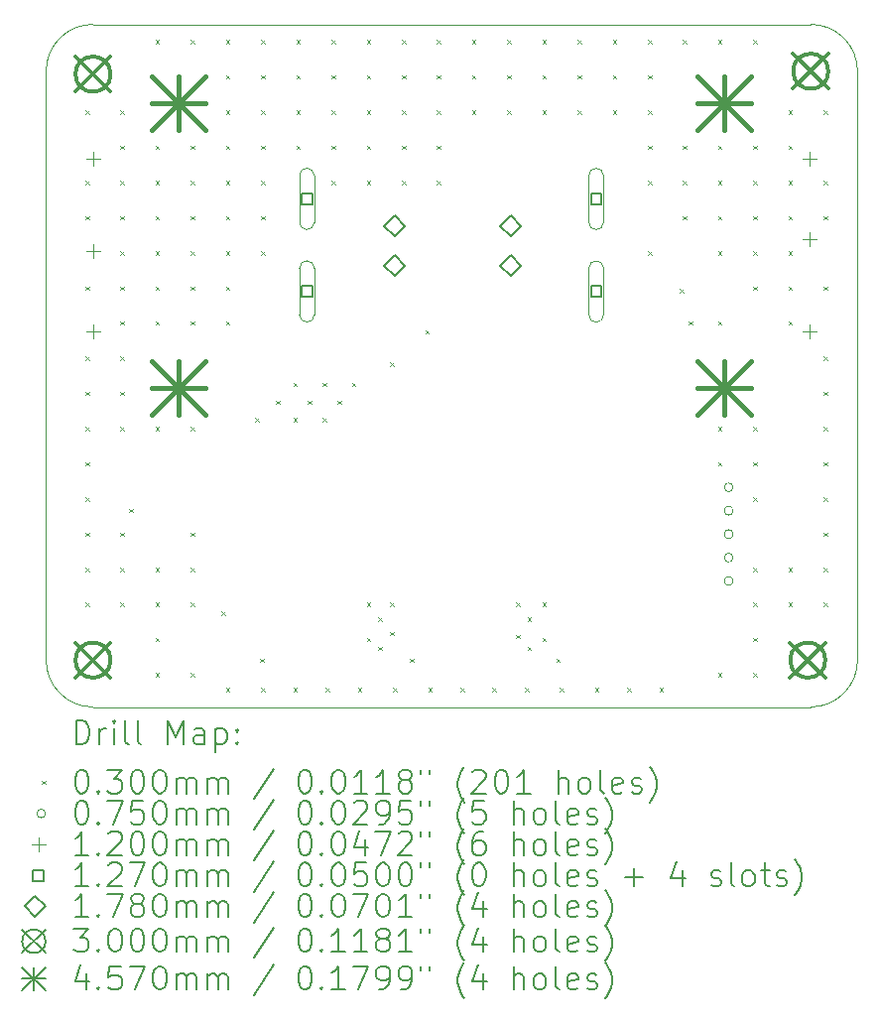
<source format=gbr>
%TF.GenerationSoftware,KiCad,Pcbnew,8.0.5*%
%TF.CreationDate,2025-05-09T00:03:27-04:00*%
%TF.ProjectId,precharge-electrium-f24,70726563-6861-4726-9765-2d656c656374,rev?*%
%TF.SameCoordinates,Original*%
%TF.FileFunction,Drillmap*%
%TF.FilePolarity,Positive*%
%FSLAX45Y45*%
G04 Gerber Fmt 4.5, Leading zero omitted, Abs format (unit mm)*
G04 Created by KiCad (PCBNEW 8.0.5) date 2025-05-09 00:03:27*
%MOMM*%
%LPD*%
G01*
G04 APERTURE LIST*
%ADD10C,0.100000*%
%ADD11C,0.200000*%
%ADD12C,0.120000*%
%ADD13C,0.127000*%
%ADD14C,0.178000*%
%ADD15C,0.300000*%
%ADD16C,0.457000*%
G04 APERTURE END LIST*
D10*
X11500000Y-9100000D02*
G75*
G02*
X11900000Y-8700000I400000J0D01*
G01*
X18025000Y-8700000D02*
G75*
G02*
X18425000Y-9100000I0J-400000D01*
G01*
X18425000Y-14125000D02*
G75*
G02*
X18025000Y-14525000I-400000J0D01*
G01*
X18425000Y-9100000D02*
X18425000Y-14125000D01*
X11900000Y-14525000D02*
G75*
G02*
X11500000Y-14125000I0J400000D01*
G01*
X18025000Y-14525000D02*
X11900000Y-14525000D01*
X11900000Y-8700000D02*
X18025000Y-8700000D01*
X11500000Y-14125000D02*
X11500000Y-9100000D01*
D11*
D10*
X11835000Y-9435000D02*
X11865000Y-9465000D01*
X11865000Y-9435000D02*
X11835000Y-9465000D01*
X11835000Y-10035000D02*
X11865000Y-10065000D01*
X11865000Y-10035000D02*
X11835000Y-10065000D01*
X11835000Y-10335000D02*
X11865000Y-10365000D01*
X11865000Y-10335000D02*
X11835000Y-10365000D01*
X11835000Y-10935000D02*
X11865000Y-10965000D01*
X11865000Y-10935000D02*
X11835000Y-10965000D01*
X11835000Y-11535000D02*
X11865000Y-11565000D01*
X11865000Y-11535000D02*
X11835000Y-11565000D01*
X11835000Y-11835000D02*
X11865000Y-11865000D01*
X11865000Y-11835000D02*
X11835000Y-11865000D01*
X11835000Y-12135000D02*
X11865000Y-12165000D01*
X11865000Y-12135000D02*
X11835000Y-12165000D01*
X11835000Y-12435000D02*
X11865000Y-12465000D01*
X11865000Y-12435000D02*
X11835000Y-12465000D01*
X11835000Y-12735000D02*
X11865000Y-12765000D01*
X11865000Y-12735000D02*
X11835000Y-12765000D01*
X11835000Y-13035000D02*
X11865000Y-13065000D01*
X11865000Y-13035000D02*
X11835000Y-13065000D01*
X11835000Y-13335000D02*
X11865000Y-13365000D01*
X11865000Y-13335000D02*
X11835000Y-13365000D01*
X11835000Y-13635000D02*
X11865000Y-13665000D01*
X11865000Y-13635000D02*
X11835000Y-13665000D01*
X12135000Y-9435000D02*
X12165000Y-9465000D01*
X12165000Y-9435000D02*
X12135000Y-9465000D01*
X12135000Y-9735000D02*
X12165000Y-9765000D01*
X12165000Y-9735000D02*
X12135000Y-9765000D01*
X12135000Y-10035000D02*
X12165000Y-10065000D01*
X12165000Y-10035000D02*
X12135000Y-10065000D01*
X12135000Y-10335000D02*
X12165000Y-10365000D01*
X12165000Y-10335000D02*
X12135000Y-10365000D01*
X12135000Y-10635000D02*
X12165000Y-10665000D01*
X12165000Y-10635000D02*
X12135000Y-10665000D01*
X12135000Y-10935000D02*
X12165000Y-10965000D01*
X12165000Y-10935000D02*
X12135000Y-10965000D01*
X12135000Y-11235000D02*
X12165000Y-11265000D01*
X12165000Y-11235000D02*
X12135000Y-11265000D01*
X12135000Y-11535000D02*
X12165000Y-11565000D01*
X12165000Y-11535000D02*
X12135000Y-11565000D01*
X12135000Y-11835000D02*
X12165000Y-11865000D01*
X12165000Y-11835000D02*
X12135000Y-11865000D01*
X12135000Y-12135000D02*
X12165000Y-12165000D01*
X12165000Y-12135000D02*
X12135000Y-12165000D01*
X12135000Y-13035000D02*
X12165000Y-13065000D01*
X12165000Y-13035000D02*
X12135000Y-13065000D01*
X12135000Y-13335000D02*
X12165000Y-13365000D01*
X12165000Y-13335000D02*
X12135000Y-13365000D01*
X12135000Y-13635000D02*
X12165000Y-13665000D01*
X12165000Y-13635000D02*
X12135000Y-13665000D01*
X12210000Y-12835000D02*
X12240000Y-12865000D01*
X12240000Y-12835000D02*
X12210000Y-12865000D01*
X12435000Y-8835000D02*
X12465000Y-8865000D01*
X12465000Y-8835000D02*
X12435000Y-8865000D01*
X12435000Y-9735000D02*
X12465000Y-9765000D01*
X12465000Y-9735000D02*
X12435000Y-9765000D01*
X12435000Y-10035000D02*
X12465000Y-10065000D01*
X12465000Y-10035000D02*
X12435000Y-10065000D01*
X12435000Y-10335000D02*
X12465000Y-10365000D01*
X12465000Y-10335000D02*
X12435000Y-10365000D01*
X12435000Y-10635000D02*
X12465000Y-10665000D01*
X12465000Y-10635000D02*
X12435000Y-10665000D01*
X12435000Y-10935000D02*
X12465000Y-10965000D01*
X12465000Y-10935000D02*
X12435000Y-10965000D01*
X12435000Y-11235000D02*
X12465000Y-11265000D01*
X12465000Y-11235000D02*
X12435000Y-11265000D01*
X12435000Y-12135000D02*
X12465000Y-12165000D01*
X12465000Y-12135000D02*
X12435000Y-12165000D01*
X12435000Y-13335000D02*
X12465000Y-13365000D01*
X12465000Y-13335000D02*
X12435000Y-13365000D01*
X12435000Y-13635000D02*
X12465000Y-13665000D01*
X12465000Y-13635000D02*
X12435000Y-13665000D01*
X12435000Y-13935000D02*
X12465000Y-13965000D01*
X12465000Y-13935000D02*
X12435000Y-13965000D01*
X12435000Y-14235000D02*
X12465000Y-14265000D01*
X12465000Y-14235000D02*
X12435000Y-14265000D01*
X12735000Y-8835000D02*
X12765000Y-8865000D01*
X12765000Y-8835000D02*
X12735000Y-8865000D01*
X12735000Y-9735000D02*
X12765000Y-9765000D01*
X12765000Y-9735000D02*
X12735000Y-9765000D01*
X12735000Y-10035000D02*
X12765000Y-10065000D01*
X12765000Y-10035000D02*
X12735000Y-10065000D01*
X12735000Y-10335000D02*
X12765000Y-10365000D01*
X12765000Y-10335000D02*
X12735000Y-10365000D01*
X12735000Y-10635000D02*
X12765000Y-10665000D01*
X12765000Y-10635000D02*
X12735000Y-10665000D01*
X12735000Y-10935000D02*
X12765000Y-10965000D01*
X12765000Y-10935000D02*
X12735000Y-10965000D01*
X12735000Y-11235000D02*
X12765000Y-11265000D01*
X12765000Y-11235000D02*
X12735000Y-11265000D01*
X12735000Y-12135000D02*
X12765000Y-12165000D01*
X12765000Y-12135000D02*
X12735000Y-12165000D01*
X12735000Y-13035000D02*
X12765000Y-13065000D01*
X12765000Y-13035000D02*
X12735000Y-13065000D01*
X12735000Y-13335000D02*
X12765000Y-13365000D01*
X12765000Y-13335000D02*
X12735000Y-13365000D01*
X12735000Y-13635000D02*
X12765000Y-13665000D01*
X12765000Y-13635000D02*
X12735000Y-13665000D01*
X12735000Y-14235000D02*
X12765000Y-14265000D01*
X12765000Y-14235000D02*
X12735000Y-14265000D01*
X12995000Y-13710000D02*
X13025000Y-13740000D01*
X13025000Y-13710000D02*
X12995000Y-13740000D01*
X13035000Y-8835000D02*
X13065000Y-8865000D01*
X13065000Y-8835000D02*
X13035000Y-8865000D01*
X13035000Y-9135000D02*
X13065000Y-9165000D01*
X13065000Y-9135000D02*
X13035000Y-9165000D01*
X13035000Y-9435000D02*
X13065000Y-9465000D01*
X13065000Y-9435000D02*
X13035000Y-9465000D01*
X13035000Y-9735000D02*
X13065000Y-9765000D01*
X13065000Y-9735000D02*
X13035000Y-9765000D01*
X13035000Y-10035000D02*
X13065000Y-10065000D01*
X13065000Y-10035000D02*
X13035000Y-10065000D01*
X13035000Y-10335000D02*
X13065000Y-10365000D01*
X13065000Y-10335000D02*
X13035000Y-10365000D01*
X13035000Y-10635000D02*
X13065000Y-10665000D01*
X13065000Y-10635000D02*
X13035000Y-10665000D01*
X13035000Y-10935000D02*
X13065000Y-10965000D01*
X13065000Y-10935000D02*
X13035000Y-10965000D01*
X13035000Y-11235000D02*
X13065000Y-11265000D01*
X13065000Y-11235000D02*
X13035000Y-11265000D01*
X13035000Y-14360000D02*
X13065000Y-14390000D01*
X13065000Y-14360000D02*
X13035000Y-14390000D01*
X13285000Y-12060000D02*
X13315000Y-12090000D01*
X13315000Y-12060000D02*
X13285000Y-12090000D01*
X13326500Y-14110000D02*
X13356500Y-14140000D01*
X13356500Y-14110000D02*
X13326500Y-14140000D01*
X13335000Y-8835000D02*
X13365000Y-8865000D01*
X13365000Y-8835000D02*
X13335000Y-8865000D01*
X13335000Y-9135000D02*
X13365000Y-9165000D01*
X13365000Y-9135000D02*
X13335000Y-9165000D01*
X13335000Y-9435000D02*
X13365000Y-9465000D01*
X13365000Y-9435000D02*
X13335000Y-9465000D01*
X13335000Y-9735000D02*
X13365000Y-9765000D01*
X13365000Y-9735000D02*
X13335000Y-9765000D01*
X13335000Y-10035000D02*
X13365000Y-10065000D01*
X13365000Y-10035000D02*
X13335000Y-10065000D01*
X13335000Y-10335000D02*
X13365000Y-10365000D01*
X13365000Y-10335000D02*
X13335000Y-10365000D01*
X13335000Y-10635000D02*
X13365000Y-10665000D01*
X13365000Y-10635000D02*
X13335000Y-10665000D01*
X13335000Y-14360000D02*
X13365000Y-14390000D01*
X13365000Y-14360000D02*
X13335000Y-14390000D01*
X13460000Y-11910000D02*
X13490000Y-11940000D01*
X13490000Y-11910000D02*
X13460000Y-11940000D01*
X13610000Y-11760000D02*
X13640000Y-11790000D01*
X13640000Y-11760000D02*
X13610000Y-11790000D01*
X13610000Y-12060000D02*
X13640000Y-12090000D01*
X13640000Y-12060000D02*
X13610000Y-12090000D01*
X13610000Y-14360000D02*
X13640000Y-14390000D01*
X13640000Y-14360000D02*
X13610000Y-14390000D01*
X13635000Y-8835000D02*
X13665000Y-8865000D01*
X13665000Y-8835000D02*
X13635000Y-8865000D01*
X13635000Y-9135000D02*
X13665000Y-9165000D01*
X13665000Y-9135000D02*
X13635000Y-9165000D01*
X13635000Y-9435000D02*
X13665000Y-9465000D01*
X13665000Y-9435000D02*
X13635000Y-9465000D01*
X13635000Y-9735000D02*
X13665000Y-9765000D01*
X13665000Y-9735000D02*
X13635000Y-9765000D01*
X13735000Y-11910000D02*
X13765000Y-11940000D01*
X13765000Y-11910000D02*
X13735000Y-11940000D01*
X13860000Y-11760000D02*
X13890000Y-11790000D01*
X13890000Y-11760000D02*
X13860000Y-11790000D01*
X13860000Y-12060000D02*
X13890000Y-12090000D01*
X13890000Y-12060000D02*
X13860000Y-12090000D01*
X13885000Y-14360000D02*
X13915000Y-14390000D01*
X13915000Y-14360000D02*
X13885000Y-14390000D01*
X13935000Y-8835000D02*
X13965000Y-8865000D01*
X13965000Y-8835000D02*
X13935000Y-8865000D01*
X13935000Y-9135000D02*
X13965000Y-9165000D01*
X13965000Y-9135000D02*
X13935000Y-9165000D01*
X13935000Y-9435000D02*
X13965000Y-9465000D01*
X13965000Y-9435000D02*
X13935000Y-9465000D01*
X13935000Y-9735000D02*
X13965000Y-9765000D01*
X13965000Y-9735000D02*
X13935000Y-9765000D01*
X13935000Y-10035000D02*
X13965000Y-10065000D01*
X13965000Y-10035000D02*
X13935000Y-10065000D01*
X13985000Y-11910000D02*
X14015000Y-11940000D01*
X14015000Y-11910000D02*
X13985000Y-11940000D01*
X14110000Y-11760000D02*
X14140000Y-11790000D01*
X14140000Y-11760000D02*
X14110000Y-11790000D01*
X14160000Y-14360000D02*
X14190000Y-14390000D01*
X14190000Y-14360000D02*
X14160000Y-14390000D01*
X14235000Y-8835000D02*
X14265000Y-8865000D01*
X14265000Y-8835000D02*
X14235000Y-8865000D01*
X14235000Y-9135000D02*
X14265000Y-9165000D01*
X14265000Y-9135000D02*
X14235000Y-9165000D01*
X14235000Y-9435000D02*
X14265000Y-9465000D01*
X14265000Y-9435000D02*
X14235000Y-9465000D01*
X14235000Y-9735000D02*
X14265000Y-9765000D01*
X14265000Y-9735000D02*
X14235000Y-9765000D01*
X14235000Y-10035000D02*
X14265000Y-10065000D01*
X14265000Y-10035000D02*
X14235000Y-10065000D01*
X14235000Y-13635000D02*
X14265000Y-13665000D01*
X14265000Y-13635000D02*
X14235000Y-13665000D01*
X14235000Y-13935000D02*
X14265000Y-13965000D01*
X14265000Y-13935000D02*
X14235000Y-13965000D01*
X14335000Y-13760000D02*
X14365000Y-13790000D01*
X14365000Y-13760000D02*
X14335000Y-13790000D01*
X14335000Y-14010000D02*
X14365000Y-14040000D01*
X14365000Y-14010000D02*
X14335000Y-14040000D01*
X14435000Y-11585000D02*
X14465000Y-11615000D01*
X14465000Y-11585000D02*
X14435000Y-11615000D01*
X14435000Y-13635000D02*
X14465000Y-13665000D01*
X14465000Y-13635000D02*
X14435000Y-13665000D01*
X14435000Y-13885000D02*
X14465000Y-13915000D01*
X14465000Y-13885000D02*
X14435000Y-13915000D01*
X14460000Y-14360000D02*
X14490000Y-14390000D01*
X14490000Y-14360000D02*
X14460000Y-14390000D01*
X14535000Y-8835000D02*
X14565000Y-8865000D01*
X14565000Y-8835000D02*
X14535000Y-8865000D01*
X14535000Y-9135000D02*
X14565000Y-9165000D01*
X14565000Y-9135000D02*
X14535000Y-9165000D01*
X14535000Y-9435000D02*
X14565000Y-9465000D01*
X14565000Y-9435000D02*
X14535000Y-9465000D01*
X14535000Y-9735000D02*
X14565000Y-9765000D01*
X14565000Y-9735000D02*
X14535000Y-9765000D01*
X14535000Y-10035000D02*
X14565000Y-10065000D01*
X14565000Y-10035000D02*
X14535000Y-10065000D01*
X14604000Y-14110000D02*
X14634000Y-14140000D01*
X14634000Y-14110000D02*
X14604000Y-14140000D01*
X14735000Y-11310000D02*
X14765000Y-11340000D01*
X14765000Y-11310000D02*
X14735000Y-11340000D01*
X14760000Y-14360000D02*
X14790000Y-14390000D01*
X14790000Y-14360000D02*
X14760000Y-14390000D01*
X14835000Y-8835000D02*
X14865000Y-8865000D01*
X14865000Y-8835000D02*
X14835000Y-8865000D01*
X14835000Y-9135000D02*
X14865000Y-9165000D01*
X14865000Y-9135000D02*
X14835000Y-9165000D01*
X14835000Y-9435000D02*
X14865000Y-9465000D01*
X14865000Y-9435000D02*
X14835000Y-9465000D01*
X14835000Y-9735000D02*
X14865000Y-9765000D01*
X14865000Y-9735000D02*
X14835000Y-9765000D01*
X14835000Y-10035000D02*
X14865000Y-10065000D01*
X14865000Y-10035000D02*
X14835000Y-10065000D01*
X15035000Y-14360000D02*
X15065000Y-14390000D01*
X15065000Y-14360000D02*
X15035000Y-14390000D01*
X15135000Y-8835000D02*
X15165000Y-8865000D01*
X15165000Y-8835000D02*
X15135000Y-8865000D01*
X15135000Y-9135000D02*
X15165000Y-9165000D01*
X15165000Y-9135000D02*
X15135000Y-9165000D01*
X15135000Y-9435000D02*
X15165000Y-9465000D01*
X15165000Y-9435000D02*
X15135000Y-9465000D01*
X15310000Y-14360000D02*
X15340000Y-14390000D01*
X15340000Y-14360000D02*
X15310000Y-14390000D01*
X15435000Y-8835000D02*
X15465000Y-8865000D01*
X15465000Y-8835000D02*
X15435000Y-8865000D01*
X15435000Y-9135000D02*
X15465000Y-9165000D01*
X15465000Y-9135000D02*
X15435000Y-9165000D01*
X15435000Y-9435000D02*
X15465000Y-9465000D01*
X15465000Y-9435000D02*
X15435000Y-9465000D01*
X15510000Y-13635000D02*
X15540000Y-13665000D01*
X15540000Y-13635000D02*
X15510000Y-13665000D01*
X15510000Y-13910000D02*
X15540000Y-13940000D01*
X15540000Y-13910000D02*
X15510000Y-13940000D01*
X15585000Y-14360000D02*
X15615000Y-14390000D01*
X15615000Y-14360000D02*
X15585000Y-14390000D01*
X15610000Y-13760000D02*
X15640000Y-13790000D01*
X15640000Y-13760000D02*
X15610000Y-13790000D01*
X15610000Y-14010000D02*
X15640000Y-14040000D01*
X15640000Y-14010000D02*
X15610000Y-14040000D01*
X15735000Y-8835000D02*
X15765000Y-8865000D01*
X15765000Y-8835000D02*
X15735000Y-8865000D01*
X15735000Y-9135000D02*
X15765000Y-9165000D01*
X15765000Y-9135000D02*
X15735000Y-9165000D01*
X15735000Y-9435000D02*
X15765000Y-9465000D01*
X15765000Y-9435000D02*
X15735000Y-9465000D01*
X15735000Y-13635000D02*
X15765000Y-13665000D01*
X15765000Y-13635000D02*
X15735000Y-13665000D01*
X15735000Y-13935000D02*
X15765000Y-13965000D01*
X15765000Y-13935000D02*
X15735000Y-13965000D01*
X15854000Y-14110000D02*
X15884000Y-14140000D01*
X15884000Y-14110000D02*
X15854000Y-14140000D01*
X15885000Y-14360000D02*
X15915000Y-14390000D01*
X15915000Y-14360000D02*
X15885000Y-14390000D01*
X16035000Y-8835000D02*
X16065000Y-8865000D01*
X16065000Y-8835000D02*
X16035000Y-8865000D01*
X16035000Y-9135000D02*
X16065000Y-9165000D01*
X16065000Y-9135000D02*
X16035000Y-9165000D01*
X16035000Y-9435000D02*
X16065000Y-9465000D01*
X16065000Y-9435000D02*
X16035000Y-9465000D01*
X16185000Y-14360000D02*
X16215000Y-14390000D01*
X16215000Y-14360000D02*
X16185000Y-14390000D01*
X16335000Y-8835000D02*
X16365000Y-8865000D01*
X16365000Y-8835000D02*
X16335000Y-8865000D01*
X16335000Y-9135000D02*
X16365000Y-9165000D01*
X16365000Y-9135000D02*
X16335000Y-9165000D01*
X16335000Y-9435000D02*
X16365000Y-9465000D01*
X16365000Y-9435000D02*
X16335000Y-9465000D01*
X16460000Y-14360000D02*
X16490000Y-14390000D01*
X16490000Y-14360000D02*
X16460000Y-14390000D01*
X16635000Y-8835000D02*
X16665000Y-8865000D01*
X16665000Y-8835000D02*
X16635000Y-8865000D01*
X16635000Y-9135000D02*
X16665000Y-9165000D01*
X16665000Y-9135000D02*
X16635000Y-9165000D01*
X16635000Y-9435000D02*
X16665000Y-9465000D01*
X16665000Y-9435000D02*
X16635000Y-9465000D01*
X16635000Y-9735000D02*
X16665000Y-9765000D01*
X16665000Y-9735000D02*
X16635000Y-9765000D01*
X16635000Y-10035000D02*
X16665000Y-10065000D01*
X16665000Y-10035000D02*
X16635000Y-10065000D01*
X16635000Y-10635000D02*
X16665000Y-10665000D01*
X16665000Y-10635000D02*
X16635000Y-10665000D01*
X16735000Y-14360000D02*
X16765000Y-14390000D01*
X16765000Y-14360000D02*
X16735000Y-14390000D01*
X16910000Y-10960000D02*
X16940000Y-10990000D01*
X16940000Y-10960000D02*
X16910000Y-10990000D01*
X16935000Y-8835000D02*
X16965000Y-8865000D01*
X16965000Y-8835000D02*
X16935000Y-8865000D01*
X16935000Y-9735000D02*
X16965000Y-9765000D01*
X16965000Y-9735000D02*
X16935000Y-9765000D01*
X16935000Y-10035000D02*
X16965000Y-10065000D01*
X16965000Y-10035000D02*
X16935000Y-10065000D01*
X16935000Y-10335000D02*
X16965000Y-10365000D01*
X16965000Y-10335000D02*
X16935000Y-10365000D01*
X16985000Y-11235000D02*
X17015000Y-11265000D01*
X17015000Y-11235000D02*
X16985000Y-11265000D01*
X17235000Y-8835000D02*
X17265000Y-8865000D01*
X17265000Y-8835000D02*
X17235000Y-8865000D01*
X17235000Y-9735000D02*
X17265000Y-9765000D01*
X17265000Y-9735000D02*
X17235000Y-9765000D01*
X17235000Y-10035000D02*
X17265000Y-10065000D01*
X17265000Y-10035000D02*
X17235000Y-10065000D01*
X17235000Y-10335000D02*
X17265000Y-10365000D01*
X17265000Y-10335000D02*
X17235000Y-10365000D01*
X17235000Y-10635000D02*
X17265000Y-10665000D01*
X17265000Y-10635000D02*
X17235000Y-10665000D01*
X17235000Y-11235000D02*
X17265000Y-11265000D01*
X17265000Y-11235000D02*
X17235000Y-11265000D01*
X17235000Y-12135000D02*
X17265000Y-12165000D01*
X17265000Y-12135000D02*
X17235000Y-12165000D01*
X17235000Y-12435000D02*
X17265000Y-12465000D01*
X17265000Y-12435000D02*
X17235000Y-12465000D01*
X17235000Y-14235000D02*
X17265000Y-14265000D01*
X17265000Y-14235000D02*
X17235000Y-14265000D01*
X17535000Y-8835000D02*
X17565000Y-8865000D01*
X17565000Y-8835000D02*
X17535000Y-8865000D01*
X17535000Y-9735000D02*
X17565000Y-9765000D01*
X17565000Y-9735000D02*
X17535000Y-9765000D01*
X17535000Y-10035000D02*
X17565000Y-10065000D01*
X17565000Y-10035000D02*
X17535000Y-10065000D01*
X17535000Y-10335000D02*
X17565000Y-10365000D01*
X17565000Y-10335000D02*
X17535000Y-10365000D01*
X17535000Y-10635000D02*
X17565000Y-10665000D01*
X17565000Y-10635000D02*
X17535000Y-10665000D01*
X17535000Y-10935000D02*
X17565000Y-10965000D01*
X17565000Y-10935000D02*
X17535000Y-10965000D01*
X17535000Y-12135000D02*
X17565000Y-12165000D01*
X17565000Y-12135000D02*
X17535000Y-12165000D01*
X17535000Y-12435000D02*
X17565000Y-12465000D01*
X17565000Y-12435000D02*
X17535000Y-12465000D01*
X17535000Y-12735000D02*
X17565000Y-12765000D01*
X17565000Y-12735000D02*
X17535000Y-12765000D01*
X17535000Y-13335000D02*
X17565000Y-13365000D01*
X17565000Y-13335000D02*
X17535000Y-13365000D01*
X17535000Y-13635000D02*
X17565000Y-13665000D01*
X17565000Y-13635000D02*
X17535000Y-13665000D01*
X17535000Y-13935000D02*
X17565000Y-13965000D01*
X17565000Y-13935000D02*
X17535000Y-13965000D01*
X17535000Y-14235000D02*
X17565000Y-14265000D01*
X17565000Y-14235000D02*
X17535000Y-14265000D01*
X17835000Y-9435000D02*
X17865000Y-9465000D01*
X17865000Y-9435000D02*
X17835000Y-9465000D01*
X17835000Y-9735000D02*
X17865000Y-9765000D01*
X17865000Y-9735000D02*
X17835000Y-9765000D01*
X17835000Y-10035000D02*
X17865000Y-10065000D01*
X17865000Y-10035000D02*
X17835000Y-10065000D01*
X17835000Y-10335000D02*
X17865000Y-10365000D01*
X17865000Y-10335000D02*
X17835000Y-10365000D01*
X17835000Y-10635000D02*
X17865000Y-10665000D01*
X17865000Y-10635000D02*
X17835000Y-10665000D01*
X17835000Y-10935000D02*
X17865000Y-10965000D01*
X17865000Y-10935000D02*
X17835000Y-10965000D01*
X17835000Y-11235000D02*
X17865000Y-11265000D01*
X17865000Y-11235000D02*
X17835000Y-11265000D01*
X17835000Y-13335000D02*
X17865000Y-13365000D01*
X17865000Y-13335000D02*
X17835000Y-13365000D01*
X17835000Y-13635000D02*
X17865000Y-13665000D01*
X17865000Y-13635000D02*
X17835000Y-13665000D01*
X18135000Y-9435000D02*
X18165000Y-9465000D01*
X18165000Y-9435000D02*
X18135000Y-9465000D01*
X18135000Y-10035000D02*
X18165000Y-10065000D01*
X18165000Y-10035000D02*
X18135000Y-10065000D01*
X18135000Y-10335000D02*
X18165000Y-10365000D01*
X18165000Y-10335000D02*
X18135000Y-10365000D01*
X18135000Y-10935000D02*
X18165000Y-10965000D01*
X18165000Y-10935000D02*
X18135000Y-10965000D01*
X18135000Y-11535000D02*
X18165000Y-11565000D01*
X18165000Y-11535000D02*
X18135000Y-11565000D01*
X18135000Y-11835000D02*
X18165000Y-11865000D01*
X18165000Y-11835000D02*
X18135000Y-11865000D01*
X18135000Y-12135000D02*
X18165000Y-12165000D01*
X18165000Y-12135000D02*
X18135000Y-12165000D01*
X18135000Y-12435000D02*
X18165000Y-12465000D01*
X18165000Y-12435000D02*
X18135000Y-12465000D01*
X18135000Y-12735000D02*
X18165000Y-12765000D01*
X18165000Y-12735000D02*
X18135000Y-12765000D01*
X18135000Y-13035000D02*
X18165000Y-13065000D01*
X18165000Y-13035000D02*
X18135000Y-13065000D01*
X18135000Y-13335000D02*
X18165000Y-13365000D01*
X18165000Y-13335000D02*
X18135000Y-13365000D01*
X18135000Y-13635000D02*
X18165000Y-13665000D01*
X18165000Y-13635000D02*
X18135000Y-13665000D01*
X17362500Y-12650000D02*
G75*
G02*
X17287500Y-12650000I-37500J0D01*
G01*
X17287500Y-12650000D02*
G75*
G02*
X17362500Y-12650000I37500J0D01*
G01*
X17362500Y-12850000D02*
G75*
G02*
X17287500Y-12850000I-37500J0D01*
G01*
X17287500Y-12850000D02*
G75*
G02*
X17362500Y-12850000I37500J0D01*
G01*
X17362500Y-13050000D02*
G75*
G02*
X17287500Y-13050000I-37500J0D01*
G01*
X17287500Y-13050000D02*
G75*
G02*
X17362500Y-13050000I37500J0D01*
G01*
X17362500Y-13250000D02*
G75*
G02*
X17287500Y-13250000I-37500J0D01*
G01*
X17287500Y-13250000D02*
G75*
G02*
X17362500Y-13250000I37500J0D01*
G01*
X17362500Y-13450000D02*
G75*
G02*
X17287500Y-13450000I-37500J0D01*
G01*
X17287500Y-13450000D02*
G75*
G02*
X17362500Y-13450000I37500J0D01*
G01*
D12*
X11901500Y-9785500D02*
X11901500Y-9905500D01*
X11841500Y-9845500D02*
X11961500Y-9845500D01*
X11901500Y-10577500D02*
X11901500Y-10697500D01*
X11841500Y-10637500D02*
X11961500Y-10637500D01*
X11901500Y-11263500D02*
X11901500Y-11383500D01*
X11841500Y-11323500D02*
X11961500Y-11323500D01*
X18018500Y-9785500D02*
X18018500Y-9905500D01*
X17958500Y-9845500D02*
X18078500Y-9845500D01*
X18018500Y-10471500D02*
X18018500Y-10591500D01*
X17958500Y-10531500D02*
X18078500Y-10531500D01*
X18018500Y-11263500D02*
X18018500Y-11383500D01*
X17958500Y-11323500D02*
X18078500Y-11323500D01*
D13*
X13770402Y-10234402D02*
X13770402Y-10144598D01*
X13680598Y-10144598D01*
X13680598Y-10234402D01*
X13770402Y-10234402D01*
D10*
X13789000Y-10387500D02*
X13789000Y-9991500D01*
X13662000Y-9991500D02*
G75*
G02*
X13789000Y-9991500I63500J0D01*
G01*
X13662000Y-9991500D02*
X13662000Y-10387500D01*
X13662000Y-10387500D02*
G75*
G03*
X13789000Y-10387500I63500J0D01*
G01*
D13*
X13770402Y-11024402D02*
X13770402Y-10934598D01*
X13680598Y-10934598D01*
X13680598Y-11024402D01*
X13770402Y-11024402D01*
D10*
X13789000Y-11177500D02*
X13789000Y-10781500D01*
X13662000Y-10781500D02*
G75*
G02*
X13789000Y-10781500I63500J0D01*
G01*
X13662000Y-10781500D02*
X13662000Y-11177500D01*
X13662000Y-11177500D02*
G75*
G03*
X13789000Y-11177500I63500J0D01*
G01*
D13*
X16239402Y-10234402D02*
X16239402Y-10144598D01*
X16149598Y-10144598D01*
X16149598Y-10234402D01*
X16239402Y-10234402D01*
D10*
X16131000Y-9991500D02*
X16131000Y-10387500D01*
X16258000Y-10387500D02*
G75*
G02*
X16131000Y-10387500I-63500J0D01*
G01*
X16258000Y-10387500D02*
X16258000Y-9991500D01*
X16258000Y-9991500D02*
G75*
G03*
X16131000Y-9991500I-63500J0D01*
G01*
D13*
X16239402Y-11024402D02*
X16239402Y-10934598D01*
X16149598Y-10934598D01*
X16149598Y-11024402D01*
X16239402Y-11024402D01*
D10*
X16131000Y-10781500D02*
X16131000Y-11177500D01*
X16258000Y-11177500D02*
G75*
G02*
X16131000Y-11177500I-63500J0D01*
G01*
X16258000Y-11177500D02*
X16258000Y-10781500D01*
X16258000Y-10781500D02*
G75*
G03*
X16131000Y-10781500I-63500J0D01*
G01*
D14*
X14474000Y-10509000D02*
X14563000Y-10420000D01*
X14474000Y-10331000D01*
X14385000Y-10420000D01*
X14474000Y-10509000D01*
X14474000Y-10849000D02*
X14563000Y-10760000D01*
X14474000Y-10671000D01*
X14385000Y-10760000D01*
X14474000Y-10849000D01*
X15466000Y-10509000D02*
X15555000Y-10420000D01*
X15466000Y-10331000D01*
X15377000Y-10420000D01*
X15466000Y-10509000D01*
X15466000Y-10849000D02*
X15555000Y-10760000D01*
X15466000Y-10671000D01*
X15377000Y-10760000D01*
X15466000Y-10849000D01*
D15*
X11750000Y-8975000D02*
X12050000Y-9275000D01*
X12050000Y-8975000D02*
X11750000Y-9275000D01*
X12050000Y-9125000D02*
G75*
G02*
X11750000Y-9125000I-150000J0D01*
G01*
X11750000Y-9125000D02*
G75*
G02*
X12050000Y-9125000I150000J0D01*
G01*
X11750000Y-13975000D02*
X12050000Y-14275000D01*
X12050000Y-13975000D02*
X11750000Y-14275000D01*
X12050000Y-14125000D02*
G75*
G02*
X11750000Y-14125000I-150000J0D01*
G01*
X11750000Y-14125000D02*
G75*
G02*
X12050000Y-14125000I150000J0D01*
G01*
X17850000Y-13975000D02*
X18150000Y-14275000D01*
X18150000Y-13975000D02*
X17850000Y-14275000D01*
X18150000Y-14125000D02*
G75*
G02*
X17850000Y-14125000I-150000J0D01*
G01*
X17850000Y-14125000D02*
G75*
G02*
X18150000Y-14125000I150000J0D01*
G01*
X17875000Y-8950000D02*
X18175000Y-9250000D01*
X18175000Y-8950000D02*
X17875000Y-9250000D01*
X18175000Y-9100000D02*
G75*
G02*
X17875000Y-9100000I-150000J0D01*
G01*
X17875000Y-9100000D02*
G75*
G02*
X18175000Y-9100000I150000J0D01*
G01*
D16*
X12405000Y-9140500D02*
X12862000Y-9597500D01*
X12862000Y-9140500D02*
X12405000Y-9597500D01*
X12633500Y-9140500D02*
X12633500Y-9597500D01*
X12405000Y-9369000D02*
X12862000Y-9369000D01*
X12405000Y-11571500D02*
X12862000Y-12028500D01*
X12862000Y-11571500D02*
X12405000Y-12028500D01*
X12633500Y-11571500D02*
X12633500Y-12028500D01*
X12405000Y-11800000D02*
X12862000Y-11800000D01*
X17058000Y-9140500D02*
X17515000Y-9597500D01*
X17515000Y-9140500D02*
X17058000Y-9597500D01*
X17286500Y-9140500D02*
X17286500Y-9597500D01*
X17058000Y-9369000D02*
X17515000Y-9369000D01*
X17058000Y-11571500D02*
X17515000Y-12028500D01*
X17515000Y-11571500D02*
X17058000Y-12028500D01*
X17286500Y-11571500D02*
X17286500Y-12028500D01*
X17058000Y-11800000D02*
X17515000Y-11800000D01*
D11*
X11755777Y-14841484D02*
X11755777Y-14641484D01*
X11755777Y-14641484D02*
X11803396Y-14641484D01*
X11803396Y-14641484D02*
X11831967Y-14651008D01*
X11831967Y-14651008D02*
X11851015Y-14670055D01*
X11851015Y-14670055D02*
X11860539Y-14689103D01*
X11860539Y-14689103D02*
X11870062Y-14727198D01*
X11870062Y-14727198D02*
X11870062Y-14755769D01*
X11870062Y-14755769D02*
X11860539Y-14793865D01*
X11860539Y-14793865D02*
X11851015Y-14812912D01*
X11851015Y-14812912D02*
X11831967Y-14831960D01*
X11831967Y-14831960D02*
X11803396Y-14841484D01*
X11803396Y-14841484D02*
X11755777Y-14841484D01*
X11955777Y-14841484D02*
X11955777Y-14708150D01*
X11955777Y-14746246D02*
X11965301Y-14727198D01*
X11965301Y-14727198D02*
X11974824Y-14717674D01*
X11974824Y-14717674D02*
X11993872Y-14708150D01*
X11993872Y-14708150D02*
X12012920Y-14708150D01*
X12079586Y-14841484D02*
X12079586Y-14708150D01*
X12079586Y-14641484D02*
X12070062Y-14651008D01*
X12070062Y-14651008D02*
X12079586Y-14660531D01*
X12079586Y-14660531D02*
X12089110Y-14651008D01*
X12089110Y-14651008D02*
X12079586Y-14641484D01*
X12079586Y-14641484D02*
X12079586Y-14660531D01*
X12203396Y-14841484D02*
X12184348Y-14831960D01*
X12184348Y-14831960D02*
X12174824Y-14812912D01*
X12174824Y-14812912D02*
X12174824Y-14641484D01*
X12308158Y-14841484D02*
X12289110Y-14831960D01*
X12289110Y-14831960D02*
X12279586Y-14812912D01*
X12279586Y-14812912D02*
X12279586Y-14641484D01*
X12536729Y-14841484D02*
X12536729Y-14641484D01*
X12536729Y-14641484D02*
X12603396Y-14784341D01*
X12603396Y-14784341D02*
X12670062Y-14641484D01*
X12670062Y-14641484D02*
X12670062Y-14841484D01*
X12851015Y-14841484D02*
X12851015Y-14736722D01*
X12851015Y-14736722D02*
X12841491Y-14717674D01*
X12841491Y-14717674D02*
X12822443Y-14708150D01*
X12822443Y-14708150D02*
X12784348Y-14708150D01*
X12784348Y-14708150D02*
X12765301Y-14717674D01*
X12851015Y-14831960D02*
X12831967Y-14841484D01*
X12831967Y-14841484D02*
X12784348Y-14841484D01*
X12784348Y-14841484D02*
X12765301Y-14831960D01*
X12765301Y-14831960D02*
X12755777Y-14812912D01*
X12755777Y-14812912D02*
X12755777Y-14793865D01*
X12755777Y-14793865D02*
X12765301Y-14774817D01*
X12765301Y-14774817D02*
X12784348Y-14765293D01*
X12784348Y-14765293D02*
X12831967Y-14765293D01*
X12831967Y-14765293D02*
X12851015Y-14755769D01*
X12946253Y-14708150D02*
X12946253Y-14908150D01*
X12946253Y-14717674D02*
X12965301Y-14708150D01*
X12965301Y-14708150D02*
X13003396Y-14708150D01*
X13003396Y-14708150D02*
X13022443Y-14717674D01*
X13022443Y-14717674D02*
X13031967Y-14727198D01*
X13031967Y-14727198D02*
X13041491Y-14746246D01*
X13041491Y-14746246D02*
X13041491Y-14803388D01*
X13041491Y-14803388D02*
X13031967Y-14822436D01*
X13031967Y-14822436D02*
X13022443Y-14831960D01*
X13022443Y-14831960D02*
X13003396Y-14841484D01*
X13003396Y-14841484D02*
X12965301Y-14841484D01*
X12965301Y-14841484D02*
X12946253Y-14831960D01*
X13127205Y-14822436D02*
X13136729Y-14831960D01*
X13136729Y-14831960D02*
X13127205Y-14841484D01*
X13127205Y-14841484D02*
X13117682Y-14831960D01*
X13117682Y-14831960D02*
X13127205Y-14822436D01*
X13127205Y-14822436D02*
X13127205Y-14841484D01*
X13127205Y-14717674D02*
X13136729Y-14727198D01*
X13136729Y-14727198D02*
X13127205Y-14736722D01*
X13127205Y-14736722D02*
X13117682Y-14727198D01*
X13117682Y-14727198D02*
X13127205Y-14717674D01*
X13127205Y-14717674D02*
X13127205Y-14736722D01*
D10*
X11465000Y-15155000D02*
X11495000Y-15185000D01*
X11495000Y-15155000D02*
X11465000Y-15185000D01*
D11*
X11793872Y-15061484D02*
X11812920Y-15061484D01*
X11812920Y-15061484D02*
X11831967Y-15071008D01*
X11831967Y-15071008D02*
X11841491Y-15080531D01*
X11841491Y-15080531D02*
X11851015Y-15099579D01*
X11851015Y-15099579D02*
X11860539Y-15137674D01*
X11860539Y-15137674D02*
X11860539Y-15185293D01*
X11860539Y-15185293D02*
X11851015Y-15223388D01*
X11851015Y-15223388D02*
X11841491Y-15242436D01*
X11841491Y-15242436D02*
X11831967Y-15251960D01*
X11831967Y-15251960D02*
X11812920Y-15261484D01*
X11812920Y-15261484D02*
X11793872Y-15261484D01*
X11793872Y-15261484D02*
X11774824Y-15251960D01*
X11774824Y-15251960D02*
X11765301Y-15242436D01*
X11765301Y-15242436D02*
X11755777Y-15223388D01*
X11755777Y-15223388D02*
X11746253Y-15185293D01*
X11746253Y-15185293D02*
X11746253Y-15137674D01*
X11746253Y-15137674D02*
X11755777Y-15099579D01*
X11755777Y-15099579D02*
X11765301Y-15080531D01*
X11765301Y-15080531D02*
X11774824Y-15071008D01*
X11774824Y-15071008D02*
X11793872Y-15061484D01*
X11946253Y-15242436D02*
X11955777Y-15251960D01*
X11955777Y-15251960D02*
X11946253Y-15261484D01*
X11946253Y-15261484D02*
X11936729Y-15251960D01*
X11936729Y-15251960D02*
X11946253Y-15242436D01*
X11946253Y-15242436D02*
X11946253Y-15261484D01*
X12022443Y-15061484D02*
X12146253Y-15061484D01*
X12146253Y-15061484D02*
X12079586Y-15137674D01*
X12079586Y-15137674D02*
X12108158Y-15137674D01*
X12108158Y-15137674D02*
X12127205Y-15147198D01*
X12127205Y-15147198D02*
X12136729Y-15156722D01*
X12136729Y-15156722D02*
X12146253Y-15175769D01*
X12146253Y-15175769D02*
X12146253Y-15223388D01*
X12146253Y-15223388D02*
X12136729Y-15242436D01*
X12136729Y-15242436D02*
X12127205Y-15251960D01*
X12127205Y-15251960D02*
X12108158Y-15261484D01*
X12108158Y-15261484D02*
X12051015Y-15261484D01*
X12051015Y-15261484D02*
X12031967Y-15251960D01*
X12031967Y-15251960D02*
X12022443Y-15242436D01*
X12270062Y-15061484D02*
X12289110Y-15061484D01*
X12289110Y-15061484D02*
X12308158Y-15071008D01*
X12308158Y-15071008D02*
X12317682Y-15080531D01*
X12317682Y-15080531D02*
X12327205Y-15099579D01*
X12327205Y-15099579D02*
X12336729Y-15137674D01*
X12336729Y-15137674D02*
X12336729Y-15185293D01*
X12336729Y-15185293D02*
X12327205Y-15223388D01*
X12327205Y-15223388D02*
X12317682Y-15242436D01*
X12317682Y-15242436D02*
X12308158Y-15251960D01*
X12308158Y-15251960D02*
X12289110Y-15261484D01*
X12289110Y-15261484D02*
X12270062Y-15261484D01*
X12270062Y-15261484D02*
X12251015Y-15251960D01*
X12251015Y-15251960D02*
X12241491Y-15242436D01*
X12241491Y-15242436D02*
X12231967Y-15223388D01*
X12231967Y-15223388D02*
X12222443Y-15185293D01*
X12222443Y-15185293D02*
X12222443Y-15137674D01*
X12222443Y-15137674D02*
X12231967Y-15099579D01*
X12231967Y-15099579D02*
X12241491Y-15080531D01*
X12241491Y-15080531D02*
X12251015Y-15071008D01*
X12251015Y-15071008D02*
X12270062Y-15061484D01*
X12460539Y-15061484D02*
X12479586Y-15061484D01*
X12479586Y-15061484D02*
X12498634Y-15071008D01*
X12498634Y-15071008D02*
X12508158Y-15080531D01*
X12508158Y-15080531D02*
X12517682Y-15099579D01*
X12517682Y-15099579D02*
X12527205Y-15137674D01*
X12527205Y-15137674D02*
X12527205Y-15185293D01*
X12527205Y-15185293D02*
X12517682Y-15223388D01*
X12517682Y-15223388D02*
X12508158Y-15242436D01*
X12508158Y-15242436D02*
X12498634Y-15251960D01*
X12498634Y-15251960D02*
X12479586Y-15261484D01*
X12479586Y-15261484D02*
X12460539Y-15261484D01*
X12460539Y-15261484D02*
X12441491Y-15251960D01*
X12441491Y-15251960D02*
X12431967Y-15242436D01*
X12431967Y-15242436D02*
X12422443Y-15223388D01*
X12422443Y-15223388D02*
X12412920Y-15185293D01*
X12412920Y-15185293D02*
X12412920Y-15137674D01*
X12412920Y-15137674D02*
X12422443Y-15099579D01*
X12422443Y-15099579D02*
X12431967Y-15080531D01*
X12431967Y-15080531D02*
X12441491Y-15071008D01*
X12441491Y-15071008D02*
X12460539Y-15061484D01*
X12612920Y-15261484D02*
X12612920Y-15128150D01*
X12612920Y-15147198D02*
X12622443Y-15137674D01*
X12622443Y-15137674D02*
X12641491Y-15128150D01*
X12641491Y-15128150D02*
X12670063Y-15128150D01*
X12670063Y-15128150D02*
X12689110Y-15137674D01*
X12689110Y-15137674D02*
X12698634Y-15156722D01*
X12698634Y-15156722D02*
X12698634Y-15261484D01*
X12698634Y-15156722D02*
X12708158Y-15137674D01*
X12708158Y-15137674D02*
X12727205Y-15128150D01*
X12727205Y-15128150D02*
X12755777Y-15128150D01*
X12755777Y-15128150D02*
X12774824Y-15137674D01*
X12774824Y-15137674D02*
X12784348Y-15156722D01*
X12784348Y-15156722D02*
X12784348Y-15261484D01*
X12879586Y-15261484D02*
X12879586Y-15128150D01*
X12879586Y-15147198D02*
X12889110Y-15137674D01*
X12889110Y-15137674D02*
X12908158Y-15128150D01*
X12908158Y-15128150D02*
X12936729Y-15128150D01*
X12936729Y-15128150D02*
X12955777Y-15137674D01*
X12955777Y-15137674D02*
X12965301Y-15156722D01*
X12965301Y-15156722D02*
X12965301Y-15261484D01*
X12965301Y-15156722D02*
X12974824Y-15137674D01*
X12974824Y-15137674D02*
X12993872Y-15128150D01*
X12993872Y-15128150D02*
X13022443Y-15128150D01*
X13022443Y-15128150D02*
X13041491Y-15137674D01*
X13041491Y-15137674D02*
X13051015Y-15156722D01*
X13051015Y-15156722D02*
X13051015Y-15261484D01*
X13441491Y-15051960D02*
X13270063Y-15309103D01*
X13698634Y-15061484D02*
X13717682Y-15061484D01*
X13717682Y-15061484D02*
X13736729Y-15071008D01*
X13736729Y-15071008D02*
X13746253Y-15080531D01*
X13746253Y-15080531D02*
X13755777Y-15099579D01*
X13755777Y-15099579D02*
X13765301Y-15137674D01*
X13765301Y-15137674D02*
X13765301Y-15185293D01*
X13765301Y-15185293D02*
X13755777Y-15223388D01*
X13755777Y-15223388D02*
X13746253Y-15242436D01*
X13746253Y-15242436D02*
X13736729Y-15251960D01*
X13736729Y-15251960D02*
X13717682Y-15261484D01*
X13717682Y-15261484D02*
X13698634Y-15261484D01*
X13698634Y-15261484D02*
X13679586Y-15251960D01*
X13679586Y-15251960D02*
X13670063Y-15242436D01*
X13670063Y-15242436D02*
X13660539Y-15223388D01*
X13660539Y-15223388D02*
X13651015Y-15185293D01*
X13651015Y-15185293D02*
X13651015Y-15137674D01*
X13651015Y-15137674D02*
X13660539Y-15099579D01*
X13660539Y-15099579D02*
X13670063Y-15080531D01*
X13670063Y-15080531D02*
X13679586Y-15071008D01*
X13679586Y-15071008D02*
X13698634Y-15061484D01*
X13851015Y-15242436D02*
X13860539Y-15251960D01*
X13860539Y-15251960D02*
X13851015Y-15261484D01*
X13851015Y-15261484D02*
X13841491Y-15251960D01*
X13841491Y-15251960D02*
X13851015Y-15242436D01*
X13851015Y-15242436D02*
X13851015Y-15261484D01*
X13984348Y-15061484D02*
X14003396Y-15061484D01*
X14003396Y-15061484D02*
X14022444Y-15071008D01*
X14022444Y-15071008D02*
X14031967Y-15080531D01*
X14031967Y-15080531D02*
X14041491Y-15099579D01*
X14041491Y-15099579D02*
X14051015Y-15137674D01*
X14051015Y-15137674D02*
X14051015Y-15185293D01*
X14051015Y-15185293D02*
X14041491Y-15223388D01*
X14041491Y-15223388D02*
X14031967Y-15242436D01*
X14031967Y-15242436D02*
X14022444Y-15251960D01*
X14022444Y-15251960D02*
X14003396Y-15261484D01*
X14003396Y-15261484D02*
X13984348Y-15261484D01*
X13984348Y-15261484D02*
X13965301Y-15251960D01*
X13965301Y-15251960D02*
X13955777Y-15242436D01*
X13955777Y-15242436D02*
X13946253Y-15223388D01*
X13946253Y-15223388D02*
X13936729Y-15185293D01*
X13936729Y-15185293D02*
X13936729Y-15137674D01*
X13936729Y-15137674D02*
X13946253Y-15099579D01*
X13946253Y-15099579D02*
X13955777Y-15080531D01*
X13955777Y-15080531D02*
X13965301Y-15071008D01*
X13965301Y-15071008D02*
X13984348Y-15061484D01*
X14241491Y-15261484D02*
X14127206Y-15261484D01*
X14184348Y-15261484D02*
X14184348Y-15061484D01*
X14184348Y-15061484D02*
X14165301Y-15090055D01*
X14165301Y-15090055D02*
X14146253Y-15109103D01*
X14146253Y-15109103D02*
X14127206Y-15118627D01*
X14431967Y-15261484D02*
X14317682Y-15261484D01*
X14374825Y-15261484D02*
X14374825Y-15061484D01*
X14374825Y-15061484D02*
X14355777Y-15090055D01*
X14355777Y-15090055D02*
X14336729Y-15109103D01*
X14336729Y-15109103D02*
X14317682Y-15118627D01*
X14546253Y-15147198D02*
X14527206Y-15137674D01*
X14527206Y-15137674D02*
X14517682Y-15128150D01*
X14517682Y-15128150D02*
X14508158Y-15109103D01*
X14508158Y-15109103D02*
X14508158Y-15099579D01*
X14508158Y-15099579D02*
X14517682Y-15080531D01*
X14517682Y-15080531D02*
X14527206Y-15071008D01*
X14527206Y-15071008D02*
X14546253Y-15061484D01*
X14546253Y-15061484D02*
X14584348Y-15061484D01*
X14584348Y-15061484D02*
X14603396Y-15071008D01*
X14603396Y-15071008D02*
X14612920Y-15080531D01*
X14612920Y-15080531D02*
X14622444Y-15099579D01*
X14622444Y-15099579D02*
X14622444Y-15109103D01*
X14622444Y-15109103D02*
X14612920Y-15128150D01*
X14612920Y-15128150D02*
X14603396Y-15137674D01*
X14603396Y-15137674D02*
X14584348Y-15147198D01*
X14584348Y-15147198D02*
X14546253Y-15147198D01*
X14546253Y-15147198D02*
X14527206Y-15156722D01*
X14527206Y-15156722D02*
X14517682Y-15166246D01*
X14517682Y-15166246D02*
X14508158Y-15185293D01*
X14508158Y-15185293D02*
X14508158Y-15223388D01*
X14508158Y-15223388D02*
X14517682Y-15242436D01*
X14517682Y-15242436D02*
X14527206Y-15251960D01*
X14527206Y-15251960D02*
X14546253Y-15261484D01*
X14546253Y-15261484D02*
X14584348Y-15261484D01*
X14584348Y-15261484D02*
X14603396Y-15251960D01*
X14603396Y-15251960D02*
X14612920Y-15242436D01*
X14612920Y-15242436D02*
X14622444Y-15223388D01*
X14622444Y-15223388D02*
X14622444Y-15185293D01*
X14622444Y-15185293D02*
X14612920Y-15166246D01*
X14612920Y-15166246D02*
X14603396Y-15156722D01*
X14603396Y-15156722D02*
X14584348Y-15147198D01*
X14698634Y-15061484D02*
X14698634Y-15099579D01*
X14774825Y-15061484D02*
X14774825Y-15099579D01*
X15070063Y-15337674D02*
X15060539Y-15328150D01*
X15060539Y-15328150D02*
X15041491Y-15299579D01*
X15041491Y-15299579D02*
X15031968Y-15280531D01*
X15031968Y-15280531D02*
X15022444Y-15251960D01*
X15022444Y-15251960D02*
X15012920Y-15204341D01*
X15012920Y-15204341D02*
X15012920Y-15166246D01*
X15012920Y-15166246D02*
X15022444Y-15118627D01*
X15022444Y-15118627D02*
X15031968Y-15090055D01*
X15031968Y-15090055D02*
X15041491Y-15071008D01*
X15041491Y-15071008D02*
X15060539Y-15042436D01*
X15060539Y-15042436D02*
X15070063Y-15032912D01*
X15136729Y-15080531D02*
X15146253Y-15071008D01*
X15146253Y-15071008D02*
X15165301Y-15061484D01*
X15165301Y-15061484D02*
X15212920Y-15061484D01*
X15212920Y-15061484D02*
X15231968Y-15071008D01*
X15231968Y-15071008D02*
X15241491Y-15080531D01*
X15241491Y-15080531D02*
X15251015Y-15099579D01*
X15251015Y-15099579D02*
X15251015Y-15118627D01*
X15251015Y-15118627D02*
X15241491Y-15147198D01*
X15241491Y-15147198D02*
X15127206Y-15261484D01*
X15127206Y-15261484D02*
X15251015Y-15261484D01*
X15374825Y-15061484D02*
X15393872Y-15061484D01*
X15393872Y-15061484D02*
X15412920Y-15071008D01*
X15412920Y-15071008D02*
X15422444Y-15080531D01*
X15422444Y-15080531D02*
X15431968Y-15099579D01*
X15431968Y-15099579D02*
X15441491Y-15137674D01*
X15441491Y-15137674D02*
X15441491Y-15185293D01*
X15441491Y-15185293D02*
X15431968Y-15223388D01*
X15431968Y-15223388D02*
X15422444Y-15242436D01*
X15422444Y-15242436D02*
X15412920Y-15251960D01*
X15412920Y-15251960D02*
X15393872Y-15261484D01*
X15393872Y-15261484D02*
X15374825Y-15261484D01*
X15374825Y-15261484D02*
X15355777Y-15251960D01*
X15355777Y-15251960D02*
X15346253Y-15242436D01*
X15346253Y-15242436D02*
X15336729Y-15223388D01*
X15336729Y-15223388D02*
X15327206Y-15185293D01*
X15327206Y-15185293D02*
X15327206Y-15137674D01*
X15327206Y-15137674D02*
X15336729Y-15099579D01*
X15336729Y-15099579D02*
X15346253Y-15080531D01*
X15346253Y-15080531D02*
X15355777Y-15071008D01*
X15355777Y-15071008D02*
X15374825Y-15061484D01*
X15631968Y-15261484D02*
X15517682Y-15261484D01*
X15574825Y-15261484D02*
X15574825Y-15061484D01*
X15574825Y-15061484D02*
X15555777Y-15090055D01*
X15555777Y-15090055D02*
X15536729Y-15109103D01*
X15536729Y-15109103D02*
X15517682Y-15118627D01*
X15870063Y-15261484D02*
X15870063Y-15061484D01*
X15955777Y-15261484D02*
X15955777Y-15156722D01*
X15955777Y-15156722D02*
X15946253Y-15137674D01*
X15946253Y-15137674D02*
X15927206Y-15128150D01*
X15927206Y-15128150D02*
X15898634Y-15128150D01*
X15898634Y-15128150D02*
X15879587Y-15137674D01*
X15879587Y-15137674D02*
X15870063Y-15147198D01*
X16079587Y-15261484D02*
X16060539Y-15251960D01*
X16060539Y-15251960D02*
X16051015Y-15242436D01*
X16051015Y-15242436D02*
X16041491Y-15223388D01*
X16041491Y-15223388D02*
X16041491Y-15166246D01*
X16041491Y-15166246D02*
X16051015Y-15147198D01*
X16051015Y-15147198D02*
X16060539Y-15137674D01*
X16060539Y-15137674D02*
X16079587Y-15128150D01*
X16079587Y-15128150D02*
X16108158Y-15128150D01*
X16108158Y-15128150D02*
X16127206Y-15137674D01*
X16127206Y-15137674D02*
X16136730Y-15147198D01*
X16136730Y-15147198D02*
X16146253Y-15166246D01*
X16146253Y-15166246D02*
X16146253Y-15223388D01*
X16146253Y-15223388D02*
X16136730Y-15242436D01*
X16136730Y-15242436D02*
X16127206Y-15251960D01*
X16127206Y-15251960D02*
X16108158Y-15261484D01*
X16108158Y-15261484D02*
X16079587Y-15261484D01*
X16260539Y-15261484D02*
X16241491Y-15251960D01*
X16241491Y-15251960D02*
X16231968Y-15232912D01*
X16231968Y-15232912D02*
X16231968Y-15061484D01*
X16412920Y-15251960D02*
X16393872Y-15261484D01*
X16393872Y-15261484D02*
X16355777Y-15261484D01*
X16355777Y-15261484D02*
X16336730Y-15251960D01*
X16336730Y-15251960D02*
X16327206Y-15232912D01*
X16327206Y-15232912D02*
X16327206Y-15156722D01*
X16327206Y-15156722D02*
X16336730Y-15137674D01*
X16336730Y-15137674D02*
X16355777Y-15128150D01*
X16355777Y-15128150D02*
X16393872Y-15128150D01*
X16393872Y-15128150D02*
X16412920Y-15137674D01*
X16412920Y-15137674D02*
X16422444Y-15156722D01*
X16422444Y-15156722D02*
X16422444Y-15175769D01*
X16422444Y-15175769D02*
X16327206Y-15194817D01*
X16498634Y-15251960D02*
X16517682Y-15261484D01*
X16517682Y-15261484D02*
X16555777Y-15261484D01*
X16555777Y-15261484D02*
X16574825Y-15251960D01*
X16574825Y-15251960D02*
X16584349Y-15232912D01*
X16584349Y-15232912D02*
X16584349Y-15223388D01*
X16584349Y-15223388D02*
X16574825Y-15204341D01*
X16574825Y-15204341D02*
X16555777Y-15194817D01*
X16555777Y-15194817D02*
X16527206Y-15194817D01*
X16527206Y-15194817D02*
X16508158Y-15185293D01*
X16508158Y-15185293D02*
X16498634Y-15166246D01*
X16498634Y-15166246D02*
X16498634Y-15156722D01*
X16498634Y-15156722D02*
X16508158Y-15137674D01*
X16508158Y-15137674D02*
X16527206Y-15128150D01*
X16527206Y-15128150D02*
X16555777Y-15128150D01*
X16555777Y-15128150D02*
X16574825Y-15137674D01*
X16651015Y-15337674D02*
X16660539Y-15328150D01*
X16660539Y-15328150D02*
X16679587Y-15299579D01*
X16679587Y-15299579D02*
X16689111Y-15280531D01*
X16689111Y-15280531D02*
X16698634Y-15251960D01*
X16698634Y-15251960D02*
X16708158Y-15204341D01*
X16708158Y-15204341D02*
X16708158Y-15166246D01*
X16708158Y-15166246D02*
X16698634Y-15118627D01*
X16698634Y-15118627D02*
X16689111Y-15090055D01*
X16689111Y-15090055D02*
X16679587Y-15071008D01*
X16679587Y-15071008D02*
X16660539Y-15042436D01*
X16660539Y-15042436D02*
X16651015Y-15032912D01*
D10*
X11495000Y-15434000D02*
G75*
G02*
X11420000Y-15434000I-37500J0D01*
G01*
X11420000Y-15434000D02*
G75*
G02*
X11495000Y-15434000I37500J0D01*
G01*
D11*
X11793872Y-15325484D02*
X11812920Y-15325484D01*
X11812920Y-15325484D02*
X11831967Y-15335008D01*
X11831967Y-15335008D02*
X11841491Y-15344531D01*
X11841491Y-15344531D02*
X11851015Y-15363579D01*
X11851015Y-15363579D02*
X11860539Y-15401674D01*
X11860539Y-15401674D02*
X11860539Y-15449293D01*
X11860539Y-15449293D02*
X11851015Y-15487388D01*
X11851015Y-15487388D02*
X11841491Y-15506436D01*
X11841491Y-15506436D02*
X11831967Y-15515960D01*
X11831967Y-15515960D02*
X11812920Y-15525484D01*
X11812920Y-15525484D02*
X11793872Y-15525484D01*
X11793872Y-15525484D02*
X11774824Y-15515960D01*
X11774824Y-15515960D02*
X11765301Y-15506436D01*
X11765301Y-15506436D02*
X11755777Y-15487388D01*
X11755777Y-15487388D02*
X11746253Y-15449293D01*
X11746253Y-15449293D02*
X11746253Y-15401674D01*
X11746253Y-15401674D02*
X11755777Y-15363579D01*
X11755777Y-15363579D02*
X11765301Y-15344531D01*
X11765301Y-15344531D02*
X11774824Y-15335008D01*
X11774824Y-15335008D02*
X11793872Y-15325484D01*
X11946253Y-15506436D02*
X11955777Y-15515960D01*
X11955777Y-15515960D02*
X11946253Y-15525484D01*
X11946253Y-15525484D02*
X11936729Y-15515960D01*
X11936729Y-15515960D02*
X11946253Y-15506436D01*
X11946253Y-15506436D02*
X11946253Y-15525484D01*
X12022443Y-15325484D02*
X12155777Y-15325484D01*
X12155777Y-15325484D02*
X12070062Y-15525484D01*
X12327205Y-15325484D02*
X12231967Y-15325484D01*
X12231967Y-15325484D02*
X12222443Y-15420722D01*
X12222443Y-15420722D02*
X12231967Y-15411198D01*
X12231967Y-15411198D02*
X12251015Y-15401674D01*
X12251015Y-15401674D02*
X12298634Y-15401674D01*
X12298634Y-15401674D02*
X12317682Y-15411198D01*
X12317682Y-15411198D02*
X12327205Y-15420722D01*
X12327205Y-15420722D02*
X12336729Y-15439769D01*
X12336729Y-15439769D02*
X12336729Y-15487388D01*
X12336729Y-15487388D02*
X12327205Y-15506436D01*
X12327205Y-15506436D02*
X12317682Y-15515960D01*
X12317682Y-15515960D02*
X12298634Y-15525484D01*
X12298634Y-15525484D02*
X12251015Y-15525484D01*
X12251015Y-15525484D02*
X12231967Y-15515960D01*
X12231967Y-15515960D02*
X12222443Y-15506436D01*
X12460539Y-15325484D02*
X12479586Y-15325484D01*
X12479586Y-15325484D02*
X12498634Y-15335008D01*
X12498634Y-15335008D02*
X12508158Y-15344531D01*
X12508158Y-15344531D02*
X12517682Y-15363579D01*
X12517682Y-15363579D02*
X12527205Y-15401674D01*
X12527205Y-15401674D02*
X12527205Y-15449293D01*
X12527205Y-15449293D02*
X12517682Y-15487388D01*
X12517682Y-15487388D02*
X12508158Y-15506436D01*
X12508158Y-15506436D02*
X12498634Y-15515960D01*
X12498634Y-15515960D02*
X12479586Y-15525484D01*
X12479586Y-15525484D02*
X12460539Y-15525484D01*
X12460539Y-15525484D02*
X12441491Y-15515960D01*
X12441491Y-15515960D02*
X12431967Y-15506436D01*
X12431967Y-15506436D02*
X12422443Y-15487388D01*
X12422443Y-15487388D02*
X12412920Y-15449293D01*
X12412920Y-15449293D02*
X12412920Y-15401674D01*
X12412920Y-15401674D02*
X12422443Y-15363579D01*
X12422443Y-15363579D02*
X12431967Y-15344531D01*
X12431967Y-15344531D02*
X12441491Y-15335008D01*
X12441491Y-15335008D02*
X12460539Y-15325484D01*
X12612920Y-15525484D02*
X12612920Y-15392150D01*
X12612920Y-15411198D02*
X12622443Y-15401674D01*
X12622443Y-15401674D02*
X12641491Y-15392150D01*
X12641491Y-15392150D02*
X12670063Y-15392150D01*
X12670063Y-15392150D02*
X12689110Y-15401674D01*
X12689110Y-15401674D02*
X12698634Y-15420722D01*
X12698634Y-15420722D02*
X12698634Y-15525484D01*
X12698634Y-15420722D02*
X12708158Y-15401674D01*
X12708158Y-15401674D02*
X12727205Y-15392150D01*
X12727205Y-15392150D02*
X12755777Y-15392150D01*
X12755777Y-15392150D02*
X12774824Y-15401674D01*
X12774824Y-15401674D02*
X12784348Y-15420722D01*
X12784348Y-15420722D02*
X12784348Y-15525484D01*
X12879586Y-15525484D02*
X12879586Y-15392150D01*
X12879586Y-15411198D02*
X12889110Y-15401674D01*
X12889110Y-15401674D02*
X12908158Y-15392150D01*
X12908158Y-15392150D02*
X12936729Y-15392150D01*
X12936729Y-15392150D02*
X12955777Y-15401674D01*
X12955777Y-15401674D02*
X12965301Y-15420722D01*
X12965301Y-15420722D02*
X12965301Y-15525484D01*
X12965301Y-15420722D02*
X12974824Y-15401674D01*
X12974824Y-15401674D02*
X12993872Y-15392150D01*
X12993872Y-15392150D02*
X13022443Y-15392150D01*
X13022443Y-15392150D02*
X13041491Y-15401674D01*
X13041491Y-15401674D02*
X13051015Y-15420722D01*
X13051015Y-15420722D02*
X13051015Y-15525484D01*
X13441491Y-15315960D02*
X13270063Y-15573103D01*
X13698634Y-15325484D02*
X13717682Y-15325484D01*
X13717682Y-15325484D02*
X13736729Y-15335008D01*
X13736729Y-15335008D02*
X13746253Y-15344531D01*
X13746253Y-15344531D02*
X13755777Y-15363579D01*
X13755777Y-15363579D02*
X13765301Y-15401674D01*
X13765301Y-15401674D02*
X13765301Y-15449293D01*
X13765301Y-15449293D02*
X13755777Y-15487388D01*
X13755777Y-15487388D02*
X13746253Y-15506436D01*
X13746253Y-15506436D02*
X13736729Y-15515960D01*
X13736729Y-15515960D02*
X13717682Y-15525484D01*
X13717682Y-15525484D02*
X13698634Y-15525484D01*
X13698634Y-15525484D02*
X13679586Y-15515960D01*
X13679586Y-15515960D02*
X13670063Y-15506436D01*
X13670063Y-15506436D02*
X13660539Y-15487388D01*
X13660539Y-15487388D02*
X13651015Y-15449293D01*
X13651015Y-15449293D02*
X13651015Y-15401674D01*
X13651015Y-15401674D02*
X13660539Y-15363579D01*
X13660539Y-15363579D02*
X13670063Y-15344531D01*
X13670063Y-15344531D02*
X13679586Y-15335008D01*
X13679586Y-15335008D02*
X13698634Y-15325484D01*
X13851015Y-15506436D02*
X13860539Y-15515960D01*
X13860539Y-15515960D02*
X13851015Y-15525484D01*
X13851015Y-15525484D02*
X13841491Y-15515960D01*
X13841491Y-15515960D02*
X13851015Y-15506436D01*
X13851015Y-15506436D02*
X13851015Y-15525484D01*
X13984348Y-15325484D02*
X14003396Y-15325484D01*
X14003396Y-15325484D02*
X14022444Y-15335008D01*
X14022444Y-15335008D02*
X14031967Y-15344531D01*
X14031967Y-15344531D02*
X14041491Y-15363579D01*
X14041491Y-15363579D02*
X14051015Y-15401674D01*
X14051015Y-15401674D02*
X14051015Y-15449293D01*
X14051015Y-15449293D02*
X14041491Y-15487388D01*
X14041491Y-15487388D02*
X14031967Y-15506436D01*
X14031967Y-15506436D02*
X14022444Y-15515960D01*
X14022444Y-15515960D02*
X14003396Y-15525484D01*
X14003396Y-15525484D02*
X13984348Y-15525484D01*
X13984348Y-15525484D02*
X13965301Y-15515960D01*
X13965301Y-15515960D02*
X13955777Y-15506436D01*
X13955777Y-15506436D02*
X13946253Y-15487388D01*
X13946253Y-15487388D02*
X13936729Y-15449293D01*
X13936729Y-15449293D02*
X13936729Y-15401674D01*
X13936729Y-15401674D02*
X13946253Y-15363579D01*
X13946253Y-15363579D02*
X13955777Y-15344531D01*
X13955777Y-15344531D02*
X13965301Y-15335008D01*
X13965301Y-15335008D02*
X13984348Y-15325484D01*
X14127206Y-15344531D02*
X14136729Y-15335008D01*
X14136729Y-15335008D02*
X14155777Y-15325484D01*
X14155777Y-15325484D02*
X14203396Y-15325484D01*
X14203396Y-15325484D02*
X14222444Y-15335008D01*
X14222444Y-15335008D02*
X14231967Y-15344531D01*
X14231967Y-15344531D02*
X14241491Y-15363579D01*
X14241491Y-15363579D02*
X14241491Y-15382627D01*
X14241491Y-15382627D02*
X14231967Y-15411198D01*
X14231967Y-15411198D02*
X14117682Y-15525484D01*
X14117682Y-15525484D02*
X14241491Y-15525484D01*
X14336729Y-15525484D02*
X14374825Y-15525484D01*
X14374825Y-15525484D02*
X14393872Y-15515960D01*
X14393872Y-15515960D02*
X14403396Y-15506436D01*
X14403396Y-15506436D02*
X14422444Y-15477865D01*
X14422444Y-15477865D02*
X14431967Y-15439769D01*
X14431967Y-15439769D02*
X14431967Y-15363579D01*
X14431967Y-15363579D02*
X14422444Y-15344531D01*
X14422444Y-15344531D02*
X14412920Y-15335008D01*
X14412920Y-15335008D02*
X14393872Y-15325484D01*
X14393872Y-15325484D02*
X14355777Y-15325484D01*
X14355777Y-15325484D02*
X14336729Y-15335008D01*
X14336729Y-15335008D02*
X14327206Y-15344531D01*
X14327206Y-15344531D02*
X14317682Y-15363579D01*
X14317682Y-15363579D02*
X14317682Y-15411198D01*
X14317682Y-15411198D02*
X14327206Y-15430246D01*
X14327206Y-15430246D02*
X14336729Y-15439769D01*
X14336729Y-15439769D02*
X14355777Y-15449293D01*
X14355777Y-15449293D02*
X14393872Y-15449293D01*
X14393872Y-15449293D02*
X14412920Y-15439769D01*
X14412920Y-15439769D02*
X14422444Y-15430246D01*
X14422444Y-15430246D02*
X14431967Y-15411198D01*
X14612920Y-15325484D02*
X14517682Y-15325484D01*
X14517682Y-15325484D02*
X14508158Y-15420722D01*
X14508158Y-15420722D02*
X14517682Y-15411198D01*
X14517682Y-15411198D02*
X14536729Y-15401674D01*
X14536729Y-15401674D02*
X14584348Y-15401674D01*
X14584348Y-15401674D02*
X14603396Y-15411198D01*
X14603396Y-15411198D02*
X14612920Y-15420722D01*
X14612920Y-15420722D02*
X14622444Y-15439769D01*
X14622444Y-15439769D02*
X14622444Y-15487388D01*
X14622444Y-15487388D02*
X14612920Y-15506436D01*
X14612920Y-15506436D02*
X14603396Y-15515960D01*
X14603396Y-15515960D02*
X14584348Y-15525484D01*
X14584348Y-15525484D02*
X14536729Y-15525484D01*
X14536729Y-15525484D02*
X14517682Y-15515960D01*
X14517682Y-15515960D02*
X14508158Y-15506436D01*
X14698634Y-15325484D02*
X14698634Y-15363579D01*
X14774825Y-15325484D02*
X14774825Y-15363579D01*
X15070063Y-15601674D02*
X15060539Y-15592150D01*
X15060539Y-15592150D02*
X15041491Y-15563579D01*
X15041491Y-15563579D02*
X15031968Y-15544531D01*
X15031968Y-15544531D02*
X15022444Y-15515960D01*
X15022444Y-15515960D02*
X15012920Y-15468341D01*
X15012920Y-15468341D02*
X15012920Y-15430246D01*
X15012920Y-15430246D02*
X15022444Y-15382627D01*
X15022444Y-15382627D02*
X15031968Y-15354055D01*
X15031968Y-15354055D02*
X15041491Y-15335008D01*
X15041491Y-15335008D02*
X15060539Y-15306436D01*
X15060539Y-15306436D02*
X15070063Y-15296912D01*
X15241491Y-15325484D02*
X15146253Y-15325484D01*
X15146253Y-15325484D02*
X15136729Y-15420722D01*
X15136729Y-15420722D02*
X15146253Y-15411198D01*
X15146253Y-15411198D02*
X15165301Y-15401674D01*
X15165301Y-15401674D02*
X15212920Y-15401674D01*
X15212920Y-15401674D02*
X15231968Y-15411198D01*
X15231968Y-15411198D02*
X15241491Y-15420722D01*
X15241491Y-15420722D02*
X15251015Y-15439769D01*
X15251015Y-15439769D02*
X15251015Y-15487388D01*
X15251015Y-15487388D02*
X15241491Y-15506436D01*
X15241491Y-15506436D02*
X15231968Y-15515960D01*
X15231968Y-15515960D02*
X15212920Y-15525484D01*
X15212920Y-15525484D02*
X15165301Y-15525484D01*
X15165301Y-15525484D02*
X15146253Y-15515960D01*
X15146253Y-15515960D02*
X15136729Y-15506436D01*
X15489110Y-15525484D02*
X15489110Y-15325484D01*
X15574825Y-15525484D02*
X15574825Y-15420722D01*
X15574825Y-15420722D02*
X15565301Y-15401674D01*
X15565301Y-15401674D02*
X15546253Y-15392150D01*
X15546253Y-15392150D02*
X15517682Y-15392150D01*
X15517682Y-15392150D02*
X15498634Y-15401674D01*
X15498634Y-15401674D02*
X15489110Y-15411198D01*
X15698634Y-15525484D02*
X15679587Y-15515960D01*
X15679587Y-15515960D02*
X15670063Y-15506436D01*
X15670063Y-15506436D02*
X15660539Y-15487388D01*
X15660539Y-15487388D02*
X15660539Y-15430246D01*
X15660539Y-15430246D02*
X15670063Y-15411198D01*
X15670063Y-15411198D02*
X15679587Y-15401674D01*
X15679587Y-15401674D02*
X15698634Y-15392150D01*
X15698634Y-15392150D02*
X15727206Y-15392150D01*
X15727206Y-15392150D02*
X15746253Y-15401674D01*
X15746253Y-15401674D02*
X15755777Y-15411198D01*
X15755777Y-15411198D02*
X15765301Y-15430246D01*
X15765301Y-15430246D02*
X15765301Y-15487388D01*
X15765301Y-15487388D02*
X15755777Y-15506436D01*
X15755777Y-15506436D02*
X15746253Y-15515960D01*
X15746253Y-15515960D02*
X15727206Y-15525484D01*
X15727206Y-15525484D02*
X15698634Y-15525484D01*
X15879587Y-15525484D02*
X15860539Y-15515960D01*
X15860539Y-15515960D02*
X15851015Y-15496912D01*
X15851015Y-15496912D02*
X15851015Y-15325484D01*
X16031968Y-15515960D02*
X16012920Y-15525484D01*
X16012920Y-15525484D02*
X15974825Y-15525484D01*
X15974825Y-15525484D02*
X15955777Y-15515960D01*
X15955777Y-15515960D02*
X15946253Y-15496912D01*
X15946253Y-15496912D02*
X15946253Y-15420722D01*
X15946253Y-15420722D02*
X15955777Y-15401674D01*
X15955777Y-15401674D02*
X15974825Y-15392150D01*
X15974825Y-15392150D02*
X16012920Y-15392150D01*
X16012920Y-15392150D02*
X16031968Y-15401674D01*
X16031968Y-15401674D02*
X16041491Y-15420722D01*
X16041491Y-15420722D02*
X16041491Y-15439769D01*
X16041491Y-15439769D02*
X15946253Y-15458817D01*
X16117682Y-15515960D02*
X16136730Y-15525484D01*
X16136730Y-15525484D02*
X16174825Y-15525484D01*
X16174825Y-15525484D02*
X16193872Y-15515960D01*
X16193872Y-15515960D02*
X16203396Y-15496912D01*
X16203396Y-15496912D02*
X16203396Y-15487388D01*
X16203396Y-15487388D02*
X16193872Y-15468341D01*
X16193872Y-15468341D02*
X16174825Y-15458817D01*
X16174825Y-15458817D02*
X16146253Y-15458817D01*
X16146253Y-15458817D02*
X16127206Y-15449293D01*
X16127206Y-15449293D02*
X16117682Y-15430246D01*
X16117682Y-15430246D02*
X16117682Y-15420722D01*
X16117682Y-15420722D02*
X16127206Y-15401674D01*
X16127206Y-15401674D02*
X16146253Y-15392150D01*
X16146253Y-15392150D02*
X16174825Y-15392150D01*
X16174825Y-15392150D02*
X16193872Y-15401674D01*
X16270063Y-15601674D02*
X16279587Y-15592150D01*
X16279587Y-15592150D02*
X16298634Y-15563579D01*
X16298634Y-15563579D02*
X16308158Y-15544531D01*
X16308158Y-15544531D02*
X16317682Y-15515960D01*
X16317682Y-15515960D02*
X16327206Y-15468341D01*
X16327206Y-15468341D02*
X16327206Y-15430246D01*
X16327206Y-15430246D02*
X16317682Y-15382627D01*
X16317682Y-15382627D02*
X16308158Y-15354055D01*
X16308158Y-15354055D02*
X16298634Y-15335008D01*
X16298634Y-15335008D02*
X16279587Y-15306436D01*
X16279587Y-15306436D02*
X16270063Y-15296912D01*
D12*
X11435000Y-15638000D02*
X11435000Y-15758000D01*
X11375000Y-15698000D02*
X11495000Y-15698000D01*
D11*
X11860539Y-15789484D02*
X11746253Y-15789484D01*
X11803396Y-15789484D02*
X11803396Y-15589484D01*
X11803396Y-15589484D02*
X11784348Y-15618055D01*
X11784348Y-15618055D02*
X11765301Y-15637103D01*
X11765301Y-15637103D02*
X11746253Y-15646627D01*
X11946253Y-15770436D02*
X11955777Y-15779960D01*
X11955777Y-15779960D02*
X11946253Y-15789484D01*
X11946253Y-15789484D02*
X11936729Y-15779960D01*
X11936729Y-15779960D02*
X11946253Y-15770436D01*
X11946253Y-15770436D02*
X11946253Y-15789484D01*
X12031967Y-15608531D02*
X12041491Y-15599008D01*
X12041491Y-15599008D02*
X12060539Y-15589484D01*
X12060539Y-15589484D02*
X12108158Y-15589484D01*
X12108158Y-15589484D02*
X12127205Y-15599008D01*
X12127205Y-15599008D02*
X12136729Y-15608531D01*
X12136729Y-15608531D02*
X12146253Y-15627579D01*
X12146253Y-15627579D02*
X12146253Y-15646627D01*
X12146253Y-15646627D02*
X12136729Y-15675198D01*
X12136729Y-15675198D02*
X12022443Y-15789484D01*
X12022443Y-15789484D02*
X12146253Y-15789484D01*
X12270062Y-15589484D02*
X12289110Y-15589484D01*
X12289110Y-15589484D02*
X12308158Y-15599008D01*
X12308158Y-15599008D02*
X12317682Y-15608531D01*
X12317682Y-15608531D02*
X12327205Y-15627579D01*
X12327205Y-15627579D02*
X12336729Y-15665674D01*
X12336729Y-15665674D02*
X12336729Y-15713293D01*
X12336729Y-15713293D02*
X12327205Y-15751388D01*
X12327205Y-15751388D02*
X12317682Y-15770436D01*
X12317682Y-15770436D02*
X12308158Y-15779960D01*
X12308158Y-15779960D02*
X12289110Y-15789484D01*
X12289110Y-15789484D02*
X12270062Y-15789484D01*
X12270062Y-15789484D02*
X12251015Y-15779960D01*
X12251015Y-15779960D02*
X12241491Y-15770436D01*
X12241491Y-15770436D02*
X12231967Y-15751388D01*
X12231967Y-15751388D02*
X12222443Y-15713293D01*
X12222443Y-15713293D02*
X12222443Y-15665674D01*
X12222443Y-15665674D02*
X12231967Y-15627579D01*
X12231967Y-15627579D02*
X12241491Y-15608531D01*
X12241491Y-15608531D02*
X12251015Y-15599008D01*
X12251015Y-15599008D02*
X12270062Y-15589484D01*
X12460539Y-15589484D02*
X12479586Y-15589484D01*
X12479586Y-15589484D02*
X12498634Y-15599008D01*
X12498634Y-15599008D02*
X12508158Y-15608531D01*
X12508158Y-15608531D02*
X12517682Y-15627579D01*
X12517682Y-15627579D02*
X12527205Y-15665674D01*
X12527205Y-15665674D02*
X12527205Y-15713293D01*
X12527205Y-15713293D02*
X12517682Y-15751388D01*
X12517682Y-15751388D02*
X12508158Y-15770436D01*
X12508158Y-15770436D02*
X12498634Y-15779960D01*
X12498634Y-15779960D02*
X12479586Y-15789484D01*
X12479586Y-15789484D02*
X12460539Y-15789484D01*
X12460539Y-15789484D02*
X12441491Y-15779960D01*
X12441491Y-15779960D02*
X12431967Y-15770436D01*
X12431967Y-15770436D02*
X12422443Y-15751388D01*
X12422443Y-15751388D02*
X12412920Y-15713293D01*
X12412920Y-15713293D02*
X12412920Y-15665674D01*
X12412920Y-15665674D02*
X12422443Y-15627579D01*
X12422443Y-15627579D02*
X12431967Y-15608531D01*
X12431967Y-15608531D02*
X12441491Y-15599008D01*
X12441491Y-15599008D02*
X12460539Y-15589484D01*
X12612920Y-15789484D02*
X12612920Y-15656150D01*
X12612920Y-15675198D02*
X12622443Y-15665674D01*
X12622443Y-15665674D02*
X12641491Y-15656150D01*
X12641491Y-15656150D02*
X12670063Y-15656150D01*
X12670063Y-15656150D02*
X12689110Y-15665674D01*
X12689110Y-15665674D02*
X12698634Y-15684722D01*
X12698634Y-15684722D02*
X12698634Y-15789484D01*
X12698634Y-15684722D02*
X12708158Y-15665674D01*
X12708158Y-15665674D02*
X12727205Y-15656150D01*
X12727205Y-15656150D02*
X12755777Y-15656150D01*
X12755777Y-15656150D02*
X12774824Y-15665674D01*
X12774824Y-15665674D02*
X12784348Y-15684722D01*
X12784348Y-15684722D02*
X12784348Y-15789484D01*
X12879586Y-15789484D02*
X12879586Y-15656150D01*
X12879586Y-15675198D02*
X12889110Y-15665674D01*
X12889110Y-15665674D02*
X12908158Y-15656150D01*
X12908158Y-15656150D02*
X12936729Y-15656150D01*
X12936729Y-15656150D02*
X12955777Y-15665674D01*
X12955777Y-15665674D02*
X12965301Y-15684722D01*
X12965301Y-15684722D02*
X12965301Y-15789484D01*
X12965301Y-15684722D02*
X12974824Y-15665674D01*
X12974824Y-15665674D02*
X12993872Y-15656150D01*
X12993872Y-15656150D02*
X13022443Y-15656150D01*
X13022443Y-15656150D02*
X13041491Y-15665674D01*
X13041491Y-15665674D02*
X13051015Y-15684722D01*
X13051015Y-15684722D02*
X13051015Y-15789484D01*
X13441491Y-15579960D02*
X13270063Y-15837103D01*
X13698634Y-15589484D02*
X13717682Y-15589484D01*
X13717682Y-15589484D02*
X13736729Y-15599008D01*
X13736729Y-15599008D02*
X13746253Y-15608531D01*
X13746253Y-15608531D02*
X13755777Y-15627579D01*
X13755777Y-15627579D02*
X13765301Y-15665674D01*
X13765301Y-15665674D02*
X13765301Y-15713293D01*
X13765301Y-15713293D02*
X13755777Y-15751388D01*
X13755777Y-15751388D02*
X13746253Y-15770436D01*
X13746253Y-15770436D02*
X13736729Y-15779960D01*
X13736729Y-15779960D02*
X13717682Y-15789484D01*
X13717682Y-15789484D02*
X13698634Y-15789484D01*
X13698634Y-15789484D02*
X13679586Y-15779960D01*
X13679586Y-15779960D02*
X13670063Y-15770436D01*
X13670063Y-15770436D02*
X13660539Y-15751388D01*
X13660539Y-15751388D02*
X13651015Y-15713293D01*
X13651015Y-15713293D02*
X13651015Y-15665674D01*
X13651015Y-15665674D02*
X13660539Y-15627579D01*
X13660539Y-15627579D02*
X13670063Y-15608531D01*
X13670063Y-15608531D02*
X13679586Y-15599008D01*
X13679586Y-15599008D02*
X13698634Y-15589484D01*
X13851015Y-15770436D02*
X13860539Y-15779960D01*
X13860539Y-15779960D02*
X13851015Y-15789484D01*
X13851015Y-15789484D02*
X13841491Y-15779960D01*
X13841491Y-15779960D02*
X13851015Y-15770436D01*
X13851015Y-15770436D02*
X13851015Y-15789484D01*
X13984348Y-15589484D02*
X14003396Y-15589484D01*
X14003396Y-15589484D02*
X14022444Y-15599008D01*
X14022444Y-15599008D02*
X14031967Y-15608531D01*
X14031967Y-15608531D02*
X14041491Y-15627579D01*
X14041491Y-15627579D02*
X14051015Y-15665674D01*
X14051015Y-15665674D02*
X14051015Y-15713293D01*
X14051015Y-15713293D02*
X14041491Y-15751388D01*
X14041491Y-15751388D02*
X14031967Y-15770436D01*
X14031967Y-15770436D02*
X14022444Y-15779960D01*
X14022444Y-15779960D02*
X14003396Y-15789484D01*
X14003396Y-15789484D02*
X13984348Y-15789484D01*
X13984348Y-15789484D02*
X13965301Y-15779960D01*
X13965301Y-15779960D02*
X13955777Y-15770436D01*
X13955777Y-15770436D02*
X13946253Y-15751388D01*
X13946253Y-15751388D02*
X13936729Y-15713293D01*
X13936729Y-15713293D02*
X13936729Y-15665674D01*
X13936729Y-15665674D02*
X13946253Y-15627579D01*
X13946253Y-15627579D02*
X13955777Y-15608531D01*
X13955777Y-15608531D02*
X13965301Y-15599008D01*
X13965301Y-15599008D02*
X13984348Y-15589484D01*
X14222444Y-15656150D02*
X14222444Y-15789484D01*
X14174825Y-15579960D02*
X14127206Y-15722817D01*
X14127206Y-15722817D02*
X14251015Y-15722817D01*
X14308158Y-15589484D02*
X14441491Y-15589484D01*
X14441491Y-15589484D02*
X14355777Y-15789484D01*
X14508158Y-15608531D02*
X14517682Y-15599008D01*
X14517682Y-15599008D02*
X14536729Y-15589484D01*
X14536729Y-15589484D02*
X14584348Y-15589484D01*
X14584348Y-15589484D02*
X14603396Y-15599008D01*
X14603396Y-15599008D02*
X14612920Y-15608531D01*
X14612920Y-15608531D02*
X14622444Y-15627579D01*
X14622444Y-15627579D02*
X14622444Y-15646627D01*
X14622444Y-15646627D02*
X14612920Y-15675198D01*
X14612920Y-15675198D02*
X14498634Y-15789484D01*
X14498634Y-15789484D02*
X14622444Y-15789484D01*
X14698634Y-15589484D02*
X14698634Y-15627579D01*
X14774825Y-15589484D02*
X14774825Y-15627579D01*
X15070063Y-15865674D02*
X15060539Y-15856150D01*
X15060539Y-15856150D02*
X15041491Y-15827579D01*
X15041491Y-15827579D02*
X15031968Y-15808531D01*
X15031968Y-15808531D02*
X15022444Y-15779960D01*
X15022444Y-15779960D02*
X15012920Y-15732341D01*
X15012920Y-15732341D02*
X15012920Y-15694246D01*
X15012920Y-15694246D02*
X15022444Y-15646627D01*
X15022444Y-15646627D02*
X15031968Y-15618055D01*
X15031968Y-15618055D02*
X15041491Y-15599008D01*
X15041491Y-15599008D02*
X15060539Y-15570436D01*
X15060539Y-15570436D02*
X15070063Y-15560912D01*
X15231968Y-15589484D02*
X15193872Y-15589484D01*
X15193872Y-15589484D02*
X15174825Y-15599008D01*
X15174825Y-15599008D02*
X15165301Y-15608531D01*
X15165301Y-15608531D02*
X15146253Y-15637103D01*
X15146253Y-15637103D02*
X15136729Y-15675198D01*
X15136729Y-15675198D02*
X15136729Y-15751388D01*
X15136729Y-15751388D02*
X15146253Y-15770436D01*
X15146253Y-15770436D02*
X15155777Y-15779960D01*
X15155777Y-15779960D02*
X15174825Y-15789484D01*
X15174825Y-15789484D02*
X15212920Y-15789484D01*
X15212920Y-15789484D02*
X15231968Y-15779960D01*
X15231968Y-15779960D02*
X15241491Y-15770436D01*
X15241491Y-15770436D02*
X15251015Y-15751388D01*
X15251015Y-15751388D02*
X15251015Y-15703769D01*
X15251015Y-15703769D02*
X15241491Y-15684722D01*
X15241491Y-15684722D02*
X15231968Y-15675198D01*
X15231968Y-15675198D02*
X15212920Y-15665674D01*
X15212920Y-15665674D02*
X15174825Y-15665674D01*
X15174825Y-15665674D02*
X15155777Y-15675198D01*
X15155777Y-15675198D02*
X15146253Y-15684722D01*
X15146253Y-15684722D02*
X15136729Y-15703769D01*
X15489110Y-15789484D02*
X15489110Y-15589484D01*
X15574825Y-15789484D02*
X15574825Y-15684722D01*
X15574825Y-15684722D02*
X15565301Y-15665674D01*
X15565301Y-15665674D02*
X15546253Y-15656150D01*
X15546253Y-15656150D02*
X15517682Y-15656150D01*
X15517682Y-15656150D02*
X15498634Y-15665674D01*
X15498634Y-15665674D02*
X15489110Y-15675198D01*
X15698634Y-15789484D02*
X15679587Y-15779960D01*
X15679587Y-15779960D02*
X15670063Y-15770436D01*
X15670063Y-15770436D02*
X15660539Y-15751388D01*
X15660539Y-15751388D02*
X15660539Y-15694246D01*
X15660539Y-15694246D02*
X15670063Y-15675198D01*
X15670063Y-15675198D02*
X15679587Y-15665674D01*
X15679587Y-15665674D02*
X15698634Y-15656150D01*
X15698634Y-15656150D02*
X15727206Y-15656150D01*
X15727206Y-15656150D02*
X15746253Y-15665674D01*
X15746253Y-15665674D02*
X15755777Y-15675198D01*
X15755777Y-15675198D02*
X15765301Y-15694246D01*
X15765301Y-15694246D02*
X15765301Y-15751388D01*
X15765301Y-15751388D02*
X15755777Y-15770436D01*
X15755777Y-15770436D02*
X15746253Y-15779960D01*
X15746253Y-15779960D02*
X15727206Y-15789484D01*
X15727206Y-15789484D02*
X15698634Y-15789484D01*
X15879587Y-15789484D02*
X15860539Y-15779960D01*
X15860539Y-15779960D02*
X15851015Y-15760912D01*
X15851015Y-15760912D02*
X15851015Y-15589484D01*
X16031968Y-15779960D02*
X16012920Y-15789484D01*
X16012920Y-15789484D02*
X15974825Y-15789484D01*
X15974825Y-15789484D02*
X15955777Y-15779960D01*
X15955777Y-15779960D02*
X15946253Y-15760912D01*
X15946253Y-15760912D02*
X15946253Y-15684722D01*
X15946253Y-15684722D02*
X15955777Y-15665674D01*
X15955777Y-15665674D02*
X15974825Y-15656150D01*
X15974825Y-15656150D02*
X16012920Y-15656150D01*
X16012920Y-15656150D02*
X16031968Y-15665674D01*
X16031968Y-15665674D02*
X16041491Y-15684722D01*
X16041491Y-15684722D02*
X16041491Y-15703769D01*
X16041491Y-15703769D02*
X15946253Y-15722817D01*
X16117682Y-15779960D02*
X16136730Y-15789484D01*
X16136730Y-15789484D02*
X16174825Y-15789484D01*
X16174825Y-15789484D02*
X16193872Y-15779960D01*
X16193872Y-15779960D02*
X16203396Y-15760912D01*
X16203396Y-15760912D02*
X16203396Y-15751388D01*
X16203396Y-15751388D02*
X16193872Y-15732341D01*
X16193872Y-15732341D02*
X16174825Y-15722817D01*
X16174825Y-15722817D02*
X16146253Y-15722817D01*
X16146253Y-15722817D02*
X16127206Y-15713293D01*
X16127206Y-15713293D02*
X16117682Y-15694246D01*
X16117682Y-15694246D02*
X16117682Y-15684722D01*
X16117682Y-15684722D02*
X16127206Y-15665674D01*
X16127206Y-15665674D02*
X16146253Y-15656150D01*
X16146253Y-15656150D02*
X16174825Y-15656150D01*
X16174825Y-15656150D02*
X16193872Y-15665674D01*
X16270063Y-15865674D02*
X16279587Y-15856150D01*
X16279587Y-15856150D02*
X16298634Y-15827579D01*
X16298634Y-15827579D02*
X16308158Y-15808531D01*
X16308158Y-15808531D02*
X16317682Y-15779960D01*
X16317682Y-15779960D02*
X16327206Y-15732341D01*
X16327206Y-15732341D02*
X16327206Y-15694246D01*
X16327206Y-15694246D02*
X16317682Y-15646627D01*
X16317682Y-15646627D02*
X16308158Y-15618055D01*
X16308158Y-15618055D02*
X16298634Y-15599008D01*
X16298634Y-15599008D02*
X16279587Y-15570436D01*
X16279587Y-15570436D02*
X16270063Y-15560912D01*
D13*
X11476402Y-16006902D02*
X11476402Y-15917098D01*
X11386598Y-15917098D01*
X11386598Y-16006902D01*
X11476402Y-16006902D01*
D11*
X11860539Y-16053484D02*
X11746253Y-16053484D01*
X11803396Y-16053484D02*
X11803396Y-15853484D01*
X11803396Y-15853484D02*
X11784348Y-15882055D01*
X11784348Y-15882055D02*
X11765301Y-15901103D01*
X11765301Y-15901103D02*
X11746253Y-15910627D01*
X11946253Y-16034436D02*
X11955777Y-16043960D01*
X11955777Y-16043960D02*
X11946253Y-16053484D01*
X11946253Y-16053484D02*
X11936729Y-16043960D01*
X11936729Y-16043960D02*
X11946253Y-16034436D01*
X11946253Y-16034436D02*
X11946253Y-16053484D01*
X12031967Y-15872531D02*
X12041491Y-15863008D01*
X12041491Y-15863008D02*
X12060539Y-15853484D01*
X12060539Y-15853484D02*
X12108158Y-15853484D01*
X12108158Y-15853484D02*
X12127205Y-15863008D01*
X12127205Y-15863008D02*
X12136729Y-15872531D01*
X12136729Y-15872531D02*
X12146253Y-15891579D01*
X12146253Y-15891579D02*
X12146253Y-15910627D01*
X12146253Y-15910627D02*
X12136729Y-15939198D01*
X12136729Y-15939198D02*
X12022443Y-16053484D01*
X12022443Y-16053484D02*
X12146253Y-16053484D01*
X12212920Y-15853484D02*
X12346253Y-15853484D01*
X12346253Y-15853484D02*
X12260539Y-16053484D01*
X12460539Y-15853484D02*
X12479586Y-15853484D01*
X12479586Y-15853484D02*
X12498634Y-15863008D01*
X12498634Y-15863008D02*
X12508158Y-15872531D01*
X12508158Y-15872531D02*
X12517682Y-15891579D01*
X12517682Y-15891579D02*
X12527205Y-15929674D01*
X12527205Y-15929674D02*
X12527205Y-15977293D01*
X12527205Y-15977293D02*
X12517682Y-16015388D01*
X12517682Y-16015388D02*
X12508158Y-16034436D01*
X12508158Y-16034436D02*
X12498634Y-16043960D01*
X12498634Y-16043960D02*
X12479586Y-16053484D01*
X12479586Y-16053484D02*
X12460539Y-16053484D01*
X12460539Y-16053484D02*
X12441491Y-16043960D01*
X12441491Y-16043960D02*
X12431967Y-16034436D01*
X12431967Y-16034436D02*
X12422443Y-16015388D01*
X12422443Y-16015388D02*
X12412920Y-15977293D01*
X12412920Y-15977293D02*
X12412920Y-15929674D01*
X12412920Y-15929674D02*
X12422443Y-15891579D01*
X12422443Y-15891579D02*
X12431967Y-15872531D01*
X12431967Y-15872531D02*
X12441491Y-15863008D01*
X12441491Y-15863008D02*
X12460539Y-15853484D01*
X12612920Y-16053484D02*
X12612920Y-15920150D01*
X12612920Y-15939198D02*
X12622443Y-15929674D01*
X12622443Y-15929674D02*
X12641491Y-15920150D01*
X12641491Y-15920150D02*
X12670063Y-15920150D01*
X12670063Y-15920150D02*
X12689110Y-15929674D01*
X12689110Y-15929674D02*
X12698634Y-15948722D01*
X12698634Y-15948722D02*
X12698634Y-16053484D01*
X12698634Y-15948722D02*
X12708158Y-15929674D01*
X12708158Y-15929674D02*
X12727205Y-15920150D01*
X12727205Y-15920150D02*
X12755777Y-15920150D01*
X12755777Y-15920150D02*
X12774824Y-15929674D01*
X12774824Y-15929674D02*
X12784348Y-15948722D01*
X12784348Y-15948722D02*
X12784348Y-16053484D01*
X12879586Y-16053484D02*
X12879586Y-15920150D01*
X12879586Y-15939198D02*
X12889110Y-15929674D01*
X12889110Y-15929674D02*
X12908158Y-15920150D01*
X12908158Y-15920150D02*
X12936729Y-15920150D01*
X12936729Y-15920150D02*
X12955777Y-15929674D01*
X12955777Y-15929674D02*
X12965301Y-15948722D01*
X12965301Y-15948722D02*
X12965301Y-16053484D01*
X12965301Y-15948722D02*
X12974824Y-15929674D01*
X12974824Y-15929674D02*
X12993872Y-15920150D01*
X12993872Y-15920150D02*
X13022443Y-15920150D01*
X13022443Y-15920150D02*
X13041491Y-15929674D01*
X13041491Y-15929674D02*
X13051015Y-15948722D01*
X13051015Y-15948722D02*
X13051015Y-16053484D01*
X13441491Y-15843960D02*
X13270063Y-16101103D01*
X13698634Y-15853484D02*
X13717682Y-15853484D01*
X13717682Y-15853484D02*
X13736729Y-15863008D01*
X13736729Y-15863008D02*
X13746253Y-15872531D01*
X13746253Y-15872531D02*
X13755777Y-15891579D01*
X13755777Y-15891579D02*
X13765301Y-15929674D01*
X13765301Y-15929674D02*
X13765301Y-15977293D01*
X13765301Y-15977293D02*
X13755777Y-16015388D01*
X13755777Y-16015388D02*
X13746253Y-16034436D01*
X13746253Y-16034436D02*
X13736729Y-16043960D01*
X13736729Y-16043960D02*
X13717682Y-16053484D01*
X13717682Y-16053484D02*
X13698634Y-16053484D01*
X13698634Y-16053484D02*
X13679586Y-16043960D01*
X13679586Y-16043960D02*
X13670063Y-16034436D01*
X13670063Y-16034436D02*
X13660539Y-16015388D01*
X13660539Y-16015388D02*
X13651015Y-15977293D01*
X13651015Y-15977293D02*
X13651015Y-15929674D01*
X13651015Y-15929674D02*
X13660539Y-15891579D01*
X13660539Y-15891579D02*
X13670063Y-15872531D01*
X13670063Y-15872531D02*
X13679586Y-15863008D01*
X13679586Y-15863008D02*
X13698634Y-15853484D01*
X13851015Y-16034436D02*
X13860539Y-16043960D01*
X13860539Y-16043960D02*
X13851015Y-16053484D01*
X13851015Y-16053484D02*
X13841491Y-16043960D01*
X13841491Y-16043960D02*
X13851015Y-16034436D01*
X13851015Y-16034436D02*
X13851015Y-16053484D01*
X13984348Y-15853484D02*
X14003396Y-15853484D01*
X14003396Y-15853484D02*
X14022444Y-15863008D01*
X14022444Y-15863008D02*
X14031967Y-15872531D01*
X14031967Y-15872531D02*
X14041491Y-15891579D01*
X14041491Y-15891579D02*
X14051015Y-15929674D01*
X14051015Y-15929674D02*
X14051015Y-15977293D01*
X14051015Y-15977293D02*
X14041491Y-16015388D01*
X14041491Y-16015388D02*
X14031967Y-16034436D01*
X14031967Y-16034436D02*
X14022444Y-16043960D01*
X14022444Y-16043960D02*
X14003396Y-16053484D01*
X14003396Y-16053484D02*
X13984348Y-16053484D01*
X13984348Y-16053484D02*
X13965301Y-16043960D01*
X13965301Y-16043960D02*
X13955777Y-16034436D01*
X13955777Y-16034436D02*
X13946253Y-16015388D01*
X13946253Y-16015388D02*
X13936729Y-15977293D01*
X13936729Y-15977293D02*
X13936729Y-15929674D01*
X13936729Y-15929674D02*
X13946253Y-15891579D01*
X13946253Y-15891579D02*
X13955777Y-15872531D01*
X13955777Y-15872531D02*
X13965301Y-15863008D01*
X13965301Y-15863008D02*
X13984348Y-15853484D01*
X14231967Y-15853484D02*
X14136729Y-15853484D01*
X14136729Y-15853484D02*
X14127206Y-15948722D01*
X14127206Y-15948722D02*
X14136729Y-15939198D01*
X14136729Y-15939198D02*
X14155777Y-15929674D01*
X14155777Y-15929674D02*
X14203396Y-15929674D01*
X14203396Y-15929674D02*
X14222444Y-15939198D01*
X14222444Y-15939198D02*
X14231967Y-15948722D01*
X14231967Y-15948722D02*
X14241491Y-15967769D01*
X14241491Y-15967769D02*
X14241491Y-16015388D01*
X14241491Y-16015388D02*
X14231967Y-16034436D01*
X14231967Y-16034436D02*
X14222444Y-16043960D01*
X14222444Y-16043960D02*
X14203396Y-16053484D01*
X14203396Y-16053484D02*
X14155777Y-16053484D01*
X14155777Y-16053484D02*
X14136729Y-16043960D01*
X14136729Y-16043960D02*
X14127206Y-16034436D01*
X14365301Y-15853484D02*
X14384348Y-15853484D01*
X14384348Y-15853484D02*
X14403396Y-15863008D01*
X14403396Y-15863008D02*
X14412920Y-15872531D01*
X14412920Y-15872531D02*
X14422444Y-15891579D01*
X14422444Y-15891579D02*
X14431967Y-15929674D01*
X14431967Y-15929674D02*
X14431967Y-15977293D01*
X14431967Y-15977293D02*
X14422444Y-16015388D01*
X14422444Y-16015388D02*
X14412920Y-16034436D01*
X14412920Y-16034436D02*
X14403396Y-16043960D01*
X14403396Y-16043960D02*
X14384348Y-16053484D01*
X14384348Y-16053484D02*
X14365301Y-16053484D01*
X14365301Y-16053484D02*
X14346253Y-16043960D01*
X14346253Y-16043960D02*
X14336729Y-16034436D01*
X14336729Y-16034436D02*
X14327206Y-16015388D01*
X14327206Y-16015388D02*
X14317682Y-15977293D01*
X14317682Y-15977293D02*
X14317682Y-15929674D01*
X14317682Y-15929674D02*
X14327206Y-15891579D01*
X14327206Y-15891579D02*
X14336729Y-15872531D01*
X14336729Y-15872531D02*
X14346253Y-15863008D01*
X14346253Y-15863008D02*
X14365301Y-15853484D01*
X14555777Y-15853484D02*
X14574825Y-15853484D01*
X14574825Y-15853484D02*
X14593872Y-15863008D01*
X14593872Y-15863008D02*
X14603396Y-15872531D01*
X14603396Y-15872531D02*
X14612920Y-15891579D01*
X14612920Y-15891579D02*
X14622444Y-15929674D01*
X14622444Y-15929674D02*
X14622444Y-15977293D01*
X14622444Y-15977293D02*
X14612920Y-16015388D01*
X14612920Y-16015388D02*
X14603396Y-16034436D01*
X14603396Y-16034436D02*
X14593872Y-16043960D01*
X14593872Y-16043960D02*
X14574825Y-16053484D01*
X14574825Y-16053484D02*
X14555777Y-16053484D01*
X14555777Y-16053484D02*
X14536729Y-16043960D01*
X14536729Y-16043960D02*
X14527206Y-16034436D01*
X14527206Y-16034436D02*
X14517682Y-16015388D01*
X14517682Y-16015388D02*
X14508158Y-15977293D01*
X14508158Y-15977293D02*
X14508158Y-15929674D01*
X14508158Y-15929674D02*
X14517682Y-15891579D01*
X14517682Y-15891579D02*
X14527206Y-15872531D01*
X14527206Y-15872531D02*
X14536729Y-15863008D01*
X14536729Y-15863008D02*
X14555777Y-15853484D01*
X14698634Y-15853484D02*
X14698634Y-15891579D01*
X14774825Y-15853484D02*
X14774825Y-15891579D01*
X15070063Y-16129674D02*
X15060539Y-16120150D01*
X15060539Y-16120150D02*
X15041491Y-16091579D01*
X15041491Y-16091579D02*
X15031968Y-16072531D01*
X15031968Y-16072531D02*
X15022444Y-16043960D01*
X15022444Y-16043960D02*
X15012920Y-15996341D01*
X15012920Y-15996341D02*
X15012920Y-15958246D01*
X15012920Y-15958246D02*
X15022444Y-15910627D01*
X15022444Y-15910627D02*
X15031968Y-15882055D01*
X15031968Y-15882055D02*
X15041491Y-15863008D01*
X15041491Y-15863008D02*
X15060539Y-15834436D01*
X15060539Y-15834436D02*
X15070063Y-15824912D01*
X15184348Y-15853484D02*
X15203396Y-15853484D01*
X15203396Y-15853484D02*
X15222444Y-15863008D01*
X15222444Y-15863008D02*
X15231968Y-15872531D01*
X15231968Y-15872531D02*
X15241491Y-15891579D01*
X15241491Y-15891579D02*
X15251015Y-15929674D01*
X15251015Y-15929674D02*
X15251015Y-15977293D01*
X15251015Y-15977293D02*
X15241491Y-16015388D01*
X15241491Y-16015388D02*
X15231968Y-16034436D01*
X15231968Y-16034436D02*
X15222444Y-16043960D01*
X15222444Y-16043960D02*
X15203396Y-16053484D01*
X15203396Y-16053484D02*
X15184348Y-16053484D01*
X15184348Y-16053484D02*
X15165301Y-16043960D01*
X15165301Y-16043960D02*
X15155777Y-16034436D01*
X15155777Y-16034436D02*
X15146253Y-16015388D01*
X15146253Y-16015388D02*
X15136729Y-15977293D01*
X15136729Y-15977293D02*
X15136729Y-15929674D01*
X15136729Y-15929674D02*
X15146253Y-15891579D01*
X15146253Y-15891579D02*
X15155777Y-15872531D01*
X15155777Y-15872531D02*
X15165301Y-15863008D01*
X15165301Y-15863008D02*
X15184348Y-15853484D01*
X15489110Y-16053484D02*
X15489110Y-15853484D01*
X15574825Y-16053484D02*
X15574825Y-15948722D01*
X15574825Y-15948722D02*
X15565301Y-15929674D01*
X15565301Y-15929674D02*
X15546253Y-15920150D01*
X15546253Y-15920150D02*
X15517682Y-15920150D01*
X15517682Y-15920150D02*
X15498634Y-15929674D01*
X15498634Y-15929674D02*
X15489110Y-15939198D01*
X15698634Y-16053484D02*
X15679587Y-16043960D01*
X15679587Y-16043960D02*
X15670063Y-16034436D01*
X15670063Y-16034436D02*
X15660539Y-16015388D01*
X15660539Y-16015388D02*
X15660539Y-15958246D01*
X15660539Y-15958246D02*
X15670063Y-15939198D01*
X15670063Y-15939198D02*
X15679587Y-15929674D01*
X15679587Y-15929674D02*
X15698634Y-15920150D01*
X15698634Y-15920150D02*
X15727206Y-15920150D01*
X15727206Y-15920150D02*
X15746253Y-15929674D01*
X15746253Y-15929674D02*
X15755777Y-15939198D01*
X15755777Y-15939198D02*
X15765301Y-15958246D01*
X15765301Y-15958246D02*
X15765301Y-16015388D01*
X15765301Y-16015388D02*
X15755777Y-16034436D01*
X15755777Y-16034436D02*
X15746253Y-16043960D01*
X15746253Y-16043960D02*
X15727206Y-16053484D01*
X15727206Y-16053484D02*
X15698634Y-16053484D01*
X15879587Y-16053484D02*
X15860539Y-16043960D01*
X15860539Y-16043960D02*
X15851015Y-16024912D01*
X15851015Y-16024912D02*
X15851015Y-15853484D01*
X16031968Y-16043960D02*
X16012920Y-16053484D01*
X16012920Y-16053484D02*
X15974825Y-16053484D01*
X15974825Y-16053484D02*
X15955777Y-16043960D01*
X15955777Y-16043960D02*
X15946253Y-16024912D01*
X15946253Y-16024912D02*
X15946253Y-15948722D01*
X15946253Y-15948722D02*
X15955777Y-15929674D01*
X15955777Y-15929674D02*
X15974825Y-15920150D01*
X15974825Y-15920150D02*
X16012920Y-15920150D01*
X16012920Y-15920150D02*
X16031968Y-15929674D01*
X16031968Y-15929674D02*
X16041491Y-15948722D01*
X16041491Y-15948722D02*
X16041491Y-15967769D01*
X16041491Y-15967769D02*
X15946253Y-15986817D01*
X16117682Y-16043960D02*
X16136730Y-16053484D01*
X16136730Y-16053484D02*
X16174825Y-16053484D01*
X16174825Y-16053484D02*
X16193872Y-16043960D01*
X16193872Y-16043960D02*
X16203396Y-16024912D01*
X16203396Y-16024912D02*
X16203396Y-16015388D01*
X16203396Y-16015388D02*
X16193872Y-15996341D01*
X16193872Y-15996341D02*
X16174825Y-15986817D01*
X16174825Y-15986817D02*
X16146253Y-15986817D01*
X16146253Y-15986817D02*
X16127206Y-15977293D01*
X16127206Y-15977293D02*
X16117682Y-15958246D01*
X16117682Y-15958246D02*
X16117682Y-15948722D01*
X16117682Y-15948722D02*
X16127206Y-15929674D01*
X16127206Y-15929674D02*
X16146253Y-15920150D01*
X16146253Y-15920150D02*
X16174825Y-15920150D01*
X16174825Y-15920150D02*
X16193872Y-15929674D01*
X16441492Y-15977293D02*
X16593873Y-15977293D01*
X16517682Y-16053484D02*
X16517682Y-15901103D01*
X16927206Y-15920150D02*
X16927206Y-16053484D01*
X16879587Y-15843960D02*
X16831968Y-15986817D01*
X16831968Y-15986817D02*
X16955777Y-15986817D01*
X17174825Y-16043960D02*
X17193873Y-16053484D01*
X17193873Y-16053484D02*
X17231968Y-16053484D01*
X17231968Y-16053484D02*
X17251016Y-16043960D01*
X17251016Y-16043960D02*
X17260539Y-16024912D01*
X17260539Y-16024912D02*
X17260539Y-16015388D01*
X17260539Y-16015388D02*
X17251016Y-15996341D01*
X17251016Y-15996341D02*
X17231968Y-15986817D01*
X17231968Y-15986817D02*
X17203396Y-15986817D01*
X17203396Y-15986817D02*
X17184349Y-15977293D01*
X17184349Y-15977293D02*
X17174825Y-15958246D01*
X17174825Y-15958246D02*
X17174825Y-15948722D01*
X17174825Y-15948722D02*
X17184349Y-15929674D01*
X17184349Y-15929674D02*
X17203396Y-15920150D01*
X17203396Y-15920150D02*
X17231968Y-15920150D01*
X17231968Y-15920150D02*
X17251016Y-15929674D01*
X17374825Y-16053484D02*
X17355777Y-16043960D01*
X17355777Y-16043960D02*
X17346254Y-16024912D01*
X17346254Y-16024912D02*
X17346254Y-15853484D01*
X17479587Y-16053484D02*
X17460539Y-16043960D01*
X17460539Y-16043960D02*
X17451016Y-16034436D01*
X17451016Y-16034436D02*
X17441492Y-16015388D01*
X17441492Y-16015388D02*
X17441492Y-15958246D01*
X17441492Y-15958246D02*
X17451016Y-15939198D01*
X17451016Y-15939198D02*
X17460539Y-15929674D01*
X17460539Y-15929674D02*
X17479587Y-15920150D01*
X17479587Y-15920150D02*
X17508158Y-15920150D01*
X17508158Y-15920150D02*
X17527206Y-15929674D01*
X17527206Y-15929674D02*
X17536730Y-15939198D01*
X17536730Y-15939198D02*
X17546254Y-15958246D01*
X17546254Y-15958246D02*
X17546254Y-16015388D01*
X17546254Y-16015388D02*
X17536730Y-16034436D01*
X17536730Y-16034436D02*
X17527206Y-16043960D01*
X17527206Y-16043960D02*
X17508158Y-16053484D01*
X17508158Y-16053484D02*
X17479587Y-16053484D01*
X17603397Y-15920150D02*
X17679587Y-15920150D01*
X17631968Y-15853484D02*
X17631968Y-16024912D01*
X17631968Y-16024912D02*
X17641492Y-16043960D01*
X17641492Y-16043960D02*
X17660539Y-16053484D01*
X17660539Y-16053484D02*
X17679587Y-16053484D01*
X17736730Y-16043960D02*
X17755777Y-16053484D01*
X17755777Y-16053484D02*
X17793873Y-16053484D01*
X17793873Y-16053484D02*
X17812920Y-16043960D01*
X17812920Y-16043960D02*
X17822444Y-16024912D01*
X17822444Y-16024912D02*
X17822444Y-16015388D01*
X17822444Y-16015388D02*
X17812920Y-15996341D01*
X17812920Y-15996341D02*
X17793873Y-15986817D01*
X17793873Y-15986817D02*
X17765301Y-15986817D01*
X17765301Y-15986817D02*
X17746254Y-15977293D01*
X17746254Y-15977293D02*
X17736730Y-15958246D01*
X17736730Y-15958246D02*
X17736730Y-15948722D01*
X17736730Y-15948722D02*
X17746254Y-15929674D01*
X17746254Y-15929674D02*
X17765301Y-15920150D01*
X17765301Y-15920150D02*
X17793873Y-15920150D01*
X17793873Y-15920150D02*
X17812920Y-15929674D01*
X17889111Y-16129674D02*
X17898635Y-16120150D01*
X17898635Y-16120150D02*
X17917682Y-16091579D01*
X17917682Y-16091579D02*
X17927206Y-16072531D01*
X17927206Y-16072531D02*
X17936730Y-16043960D01*
X17936730Y-16043960D02*
X17946254Y-15996341D01*
X17946254Y-15996341D02*
X17946254Y-15958246D01*
X17946254Y-15958246D02*
X17936730Y-15910627D01*
X17936730Y-15910627D02*
X17927206Y-15882055D01*
X17927206Y-15882055D02*
X17917682Y-15863008D01*
X17917682Y-15863008D02*
X17898635Y-15834436D01*
X17898635Y-15834436D02*
X17889111Y-15824912D01*
D14*
X11406000Y-16315000D02*
X11495000Y-16226000D01*
X11406000Y-16137000D01*
X11317000Y-16226000D01*
X11406000Y-16315000D01*
D11*
X11860539Y-16317484D02*
X11746253Y-16317484D01*
X11803396Y-16317484D02*
X11803396Y-16117484D01*
X11803396Y-16117484D02*
X11784348Y-16146055D01*
X11784348Y-16146055D02*
X11765301Y-16165103D01*
X11765301Y-16165103D02*
X11746253Y-16174627D01*
X11946253Y-16298436D02*
X11955777Y-16307960D01*
X11955777Y-16307960D02*
X11946253Y-16317484D01*
X11946253Y-16317484D02*
X11936729Y-16307960D01*
X11936729Y-16307960D02*
X11946253Y-16298436D01*
X11946253Y-16298436D02*
X11946253Y-16317484D01*
X12022443Y-16117484D02*
X12155777Y-16117484D01*
X12155777Y-16117484D02*
X12070062Y-16317484D01*
X12260539Y-16203198D02*
X12241491Y-16193674D01*
X12241491Y-16193674D02*
X12231967Y-16184150D01*
X12231967Y-16184150D02*
X12222443Y-16165103D01*
X12222443Y-16165103D02*
X12222443Y-16155579D01*
X12222443Y-16155579D02*
X12231967Y-16136531D01*
X12231967Y-16136531D02*
X12241491Y-16127008D01*
X12241491Y-16127008D02*
X12260539Y-16117484D01*
X12260539Y-16117484D02*
X12298634Y-16117484D01*
X12298634Y-16117484D02*
X12317682Y-16127008D01*
X12317682Y-16127008D02*
X12327205Y-16136531D01*
X12327205Y-16136531D02*
X12336729Y-16155579D01*
X12336729Y-16155579D02*
X12336729Y-16165103D01*
X12336729Y-16165103D02*
X12327205Y-16184150D01*
X12327205Y-16184150D02*
X12317682Y-16193674D01*
X12317682Y-16193674D02*
X12298634Y-16203198D01*
X12298634Y-16203198D02*
X12260539Y-16203198D01*
X12260539Y-16203198D02*
X12241491Y-16212722D01*
X12241491Y-16212722D02*
X12231967Y-16222246D01*
X12231967Y-16222246D02*
X12222443Y-16241293D01*
X12222443Y-16241293D02*
X12222443Y-16279388D01*
X12222443Y-16279388D02*
X12231967Y-16298436D01*
X12231967Y-16298436D02*
X12241491Y-16307960D01*
X12241491Y-16307960D02*
X12260539Y-16317484D01*
X12260539Y-16317484D02*
X12298634Y-16317484D01*
X12298634Y-16317484D02*
X12317682Y-16307960D01*
X12317682Y-16307960D02*
X12327205Y-16298436D01*
X12327205Y-16298436D02*
X12336729Y-16279388D01*
X12336729Y-16279388D02*
X12336729Y-16241293D01*
X12336729Y-16241293D02*
X12327205Y-16222246D01*
X12327205Y-16222246D02*
X12317682Y-16212722D01*
X12317682Y-16212722D02*
X12298634Y-16203198D01*
X12460539Y-16117484D02*
X12479586Y-16117484D01*
X12479586Y-16117484D02*
X12498634Y-16127008D01*
X12498634Y-16127008D02*
X12508158Y-16136531D01*
X12508158Y-16136531D02*
X12517682Y-16155579D01*
X12517682Y-16155579D02*
X12527205Y-16193674D01*
X12527205Y-16193674D02*
X12527205Y-16241293D01*
X12527205Y-16241293D02*
X12517682Y-16279388D01*
X12517682Y-16279388D02*
X12508158Y-16298436D01*
X12508158Y-16298436D02*
X12498634Y-16307960D01*
X12498634Y-16307960D02*
X12479586Y-16317484D01*
X12479586Y-16317484D02*
X12460539Y-16317484D01*
X12460539Y-16317484D02*
X12441491Y-16307960D01*
X12441491Y-16307960D02*
X12431967Y-16298436D01*
X12431967Y-16298436D02*
X12422443Y-16279388D01*
X12422443Y-16279388D02*
X12412920Y-16241293D01*
X12412920Y-16241293D02*
X12412920Y-16193674D01*
X12412920Y-16193674D02*
X12422443Y-16155579D01*
X12422443Y-16155579D02*
X12431967Y-16136531D01*
X12431967Y-16136531D02*
X12441491Y-16127008D01*
X12441491Y-16127008D02*
X12460539Y-16117484D01*
X12612920Y-16317484D02*
X12612920Y-16184150D01*
X12612920Y-16203198D02*
X12622443Y-16193674D01*
X12622443Y-16193674D02*
X12641491Y-16184150D01*
X12641491Y-16184150D02*
X12670063Y-16184150D01*
X12670063Y-16184150D02*
X12689110Y-16193674D01*
X12689110Y-16193674D02*
X12698634Y-16212722D01*
X12698634Y-16212722D02*
X12698634Y-16317484D01*
X12698634Y-16212722D02*
X12708158Y-16193674D01*
X12708158Y-16193674D02*
X12727205Y-16184150D01*
X12727205Y-16184150D02*
X12755777Y-16184150D01*
X12755777Y-16184150D02*
X12774824Y-16193674D01*
X12774824Y-16193674D02*
X12784348Y-16212722D01*
X12784348Y-16212722D02*
X12784348Y-16317484D01*
X12879586Y-16317484D02*
X12879586Y-16184150D01*
X12879586Y-16203198D02*
X12889110Y-16193674D01*
X12889110Y-16193674D02*
X12908158Y-16184150D01*
X12908158Y-16184150D02*
X12936729Y-16184150D01*
X12936729Y-16184150D02*
X12955777Y-16193674D01*
X12955777Y-16193674D02*
X12965301Y-16212722D01*
X12965301Y-16212722D02*
X12965301Y-16317484D01*
X12965301Y-16212722D02*
X12974824Y-16193674D01*
X12974824Y-16193674D02*
X12993872Y-16184150D01*
X12993872Y-16184150D02*
X13022443Y-16184150D01*
X13022443Y-16184150D02*
X13041491Y-16193674D01*
X13041491Y-16193674D02*
X13051015Y-16212722D01*
X13051015Y-16212722D02*
X13051015Y-16317484D01*
X13441491Y-16107960D02*
X13270063Y-16365103D01*
X13698634Y-16117484D02*
X13717682Y-16117484D01*
X13717682Y-16117484D02*
X13736729Y-16127008D01*
X13736729Y-16127008D02*
X13746253Y-16136531D01*
X13746253Y-16136531D02*
X13755777Y-16155579D01*
X13755777Y-16155579D02*
X13765301Y-16193674D01*
X13765301Y-16193674D02*
X13765301Y-16241293D01*
X13765301Y-16241293D02*
X13755777Y-16279388D01*
X13755777Y-16279388D02*
X13746253Y-16298436D01*
X13746253Y-16298436D02*
X13736729Y-16307960D01*
X13736729Y-16307960D02*
X13717682Y-16317484D01*
X13717682Y-16317484D02*
X13698634Y-16317484D01*
X13698634Y-16317484D02*
X13679586Y-16307960D01*
X13679586Y-16307960D02*
X13670063Y-16298436D01*
X13670063Y-16298436D02*
X13660539Y-16279388D01*
X13660539Y-16279388D02*
X13651015Y-16241293D01*
X13651015Y-16241293D02*
X13651015Y-16193674D01*
X13651015Y-16193674D02*
X13660539Y-16155579D01*
X13660539Y-16155579D02*
X13670063Y-16136531D01*
X13670063Y-16136531D02*
X13679586Y-16127008D01*
X13679586Y-16127008D02*
X13698634Y-16117484D01*
X13851015Y-16298436D02*
X13860539Y-16307960D01*
X13860539Y-16307960D02*
X13851015Y-16317484D01*
X13851015Y-16317484D02*
X13841491Y-16307960D01*
X13841491Y-16307960D02*
X13851015Y-16298436D01*
X13851015Y-16298436D02*
X13851015Y-16317484D01*
X13984348Y-16117484D02*
X14003396Y-16117484D01*
X14003396Y-16117484D02*
X14022444Y-16127008D01*
X14022444Y-16127008D02*
X14031967Y-16136531D01*
X14031967Y-16136531D02*
X14041491Y-16155579D01*
X14041491Y-16155579D02*
X14051015Y-16193674D01*
X14051015Y-16193674D02*
X14051015Y-16241293D01*
X14051015Y-16241293D02*
X14041491Y-16279388D01*
X14041491Y-16279388D02*
X14031967Y-16298436D01*
X14031967Y-16298436D02*
X14022444Y-16307960D01*
X14022444Y-16307960D02*
X14003396Y-16317484D01*
X14003396Y-16317484D02*
X13984348Y-16317484D01*
X13984348Y-16317484D02*
X13965301Y-16307960D01*
X13965301Y-16307960D02*
X13955777Y-16298436D01*
X13955777Y-16298436D02*
X13946253Y-16279388D01*
X13946253Y-16279388D02*
X13936729Y-16241293D01*
X13936729Y-16241293D02*
X13936729Y-16193674D01*
X13936729Y-16193674D02*
X13946253Y-16155579D01*
X13946253Y-16155579D02*
X13955777Y-16136531D01*
X13955777Y-16136531D02*
X13965301Y-16127008D01*
X13965301Y-16127008D02*
X13984348Y-16117484D01*
X14117682Y-16117484D02*
X14251015Y-16117484D01*
X14251015Y-16117484D02*
X14165301Y-16317484D01*
X14365301Y-16117484D02*
X14384348Y-16117484D01*
X14384348Y-16117484D02*
X14403396Y-16127008D01*
X14403396Y-16127008D02*
X14412920Y-16136531D01*
X14412920Y-16136531D02*
X14422444Y-16155579D01*
X14422444Y-16155579D02*
X14431967Y-16193674D01*
X14431967Y-16193674D02*
X14431967Y-16241293D01*
X14431967Y-16241293D02*
X14422444Y-16279388D01*
X14422444Y-16279388D02*
X14412920Y-16298436D01*
X14412920Y-16298436D02*
X14403396Y-16307960D01*
X14403396Y-16307960D02*
X14384348Y-16317484D01*
X14384348Y-16317484D02*
X14365301Y-16317484D01*
X14365301Y-16317484D02*
X14346253Y-16307960D01*
X14346253Y-16307960D02*
X14336729Y-16298436D01*
X14336729Y-16298436D02*
X14327206Y-16279388D01*
X14327206Y-16279388D02*
X14317682Y-16241293D01*
X14317682Y-16241293D02*
X14317682Y-16193674D01*
X14317682Y-16193674D02*
X14327206Y-16155579D01*
X14327206Y-16155579D02*
X14336729Y-16136531D01*
X14336729Y-16136531D02*
X14346253Y-16127008D01*
X14346253Y-16127008D02*
X14365301Y-16117484D01*
X14622444Y-16317484D02*
X14508158Y-16317484D01*
X14565301Y-16317484D02*
X14565301Y-16117484D01*
X14565301Y-16117484D02*
X14546253Y-16146055D01*
X14546253Y-16146055D02*
X14527206Y-16165103D01*
X14527206Y-16165103D02*
X14508158Y-16174627D01*
X14698634Y-16117484D02*
X14698634Y-16155579D01*
X14774825Y-16117484D02*
X14774825Y-16155579D01*
X15070063Y-16393674D02*
X15060539Y-16384150D01*
X15060539Y-16384150D02*
X15041491Y-16355579D01*
X15041491Y-16355579D02*
X15031968Y-16336531D01*
X15031968Y-16336531D02*
X15022444Y-16307960D01*
X15022444Y-16307960D02*
X15012920Y-16260341D01*
X15012920Y-16260341D02*
X15012920Y-16222246D01*
X15012920Y-16222246D02*
X15022444Y-16174627D01*
X15022444Y-16174627D02*
X15031968Y-16146055D01*
X15031968Y-16146055D02*
X15041491Y-16127008D01*
X15041491Y-16127008D02*
X15060539Y-16098436D01*
X15060539Y-16098436D02*
X15070063Y-16088912D01*
X15231968Y-16184150D02*
X15231968Y-16317484D01*
X15184348Y-16107960D02*
X15136729Y-16250817D01*
X15136729Y-16250817D02*
X15260539Y-16250817D01*
X15489110Y-16317484D02*
X15489110Y-16117484D01*
X15574825Y-16317484D02*
X15574825Y-16212722D01*
X15574825Y-16212722D02*
X15565301Y-16193674D01*
X15565301Y-16193674D02*
X15546253Y-16184150D01*
X15546253Y-16184150D02*
X15517682Y-16184150D01*
X15517682Y-16184150D02*
X15498634Y-16193674D01*
X15498634Y-16193674D02*
X15489110Y-16203198D01*
X15698634Y-16317484D02*
X15679587Y-16307960D01*
X15679587Y-16307960D02*
X15670063Y-16298436D01*
X15670063Y-16298436D02*
X15660539Y-16279388D01*
X15660539Y-16279388D02*
X15660539Y-16222246D01*
X15660539Y-16222246D02*
X15670063Y-16203198D01*
X15670063Y-16203198D02*
X15679587Y-16193674D01*
X15679587Y-16193674D02*
X15698634Y-16184150D01*
X15698634Y-16184150D02*
X15727206Y-16184150D01*
X15727206Y-16184150D02*
X15746253Y-16193674D01*
X15746253Y-16193674D02*
X15755777Y-16203198D01*
X15755777Y-16203198D02*
X15765301Y-16222246D01*
X15765301Y-16222246D02*
X15765301Y-16279388D01*
X15765301Y-16279388D02*
X15755777Y-16298436D01*
X15755777Y-16298436D02*
X15746253Y-16307960D01*
X15746253Y-16307960D02*
X15727206Y-16317484D01*
X15727206Y-16317484D02*
X15698634Y-16317484D01*
X15879587Y-16317484D02*
X15860539Y-16307960D01*
X15860539Y-16307960D02*
X15851015Y-16288912D01*
X15851015Y-16288912D02*
X15851015Y-16117484D01*
X16031968Y-16307960D02*
X16012920Y-16317484D01*
X16012920Y-16317484D02*
X15974825Y-16317484D01*
X15974825Y-16317484D02*
X15955777Y-16307960D01*
X15955777Y-16307960D02*
X15946253Y-16288912D01*
X15946253Y-16288912D02*
X15946253Y-16212722D01*
X15946253Y-16212722D02*
X15955777Y-16193674D01*
X15955777Y-16193674D02*
X15974825Y-16184150D01*
X15974825Y-16184150D02*
X16012920Y-16184150D01*
X16012920Y-16184150D02*
X16031968Y-16193674D01*
X16031968Y-16193674D02*
X16041491Y-16212722D01*
X16041491Y-16212722D02*
X16041491Y-16231769D01*
X16041491Y-16231769D02*
X15946253Y-16250817D01*
X16117682Y-16307960D02*
X16136730Y-16317484D01*
X16136730Y-16317484D02*
X16174825Y-16317484D01*
X16174825Y-16317484D02*
X16193872Y-16307960D01*
X16193872Y-16307960D02*
X16203396Y-16288912D01*
X16203396Y-16288912D02*
X16203396Y-16279388D01*
X16203396Y-16279388D02*
X16193872Y-16260341D01*
X16193872Y-16260341D02*
X16174825Y-16250817D01*
X16174825Y-16250817D02*
X16146253Y-16250817D01*
X16146253Y-16250817D02*
X16127206Y-16241293D01*
X16127206Y-16241293D02*
X16117682Y-16222246D01*
X16117682Y-16222246D02*
X16117682Y-16212722D01*
X16117682Y-16212722D02*
X16127206Y-16193674D01*
X16127206Y-16193674D02*
X16146253Y-16184150D01*
X16146253Y-16184150D02*
X16174825Y-16184150D01*
X16174825Y-16184150D02*
X16193872Y-16193674D01*
X16270063Y-16393674D02*
X16279587Y-16384150D01*
X16279587Y-16384150D02*
X16298634Y-16355579D01*
X16298634Y-16355579D02*
X16308158Y-16336531D01*
X16308158Y-16336531D02*
X16317682Y-16307960D01*
X16317682Y-16307960D02*
X16327206Y-16260341D01*
X16327206Y-16260341D02*
X16327206Y-16222246D01*
X16327206Y-16222246D02*
X16317682Y-16174627D01*
X16317682Y-16174627D02*
X16308158Y-16146055D01*
X16308158Y-16146055D02*
X16298634Y-16127008D01*
X16298634Y-16127008D02*
X16279587Y-16098436D01*
X16279587Y-16098436D02*
X16270063Y-16088912D01*
X11295000Y-16424000D02*
X11495000Y-16624000D01*
X11495000Y-16424000D02*
X11295000Y-16624000D01*
X11495000Y-16524000D02*
G75*
G02*
X11295000Y-16524000I-100000J0D01*
G01*
X11295000Y-16524000D02*
G75*
G02*
X11495000Y-16524000I100000J0D01*
G01*
X11736729Y-16415484D02*
X11860539Y-16415484D01*
X11860539Y-16415484D02*
X11793872Y-16491674D01*
X11793872Y-16491674D02*
X11822443Y-16491674D01*
X11822443Y-16491674D02*
X11841491Y-16501198D01*
X11841491Y-16501198D02*
X11851015Y-16510722D01*
X11851015Y-16510722D02*
X11860539Y-16529769D01*
X11860539Y-16529769D02*
X11860539Y-16577388D01*
X11860539Y-16577388D02*
X11851015Y-16596436D01*
X11851015Y-16596436D02*
X11841491Y-16605960D01*
X11841491Y-16605960D02*
X11822443Y-16615484D01*
X11822443Y-16615484D02*
X11765301Y-16615484D01*
X11765301Y-16615484D02*
X11746253Y-16605960D01*
X11746253Y-16605960D02*
X11736729Y-16596436D01*
X11946253Y-16596436D02*
X11955777Y-16605960D01*
X11955777Y-16605960D02*
X11946253Y-16615484D01*
X11946253Y-16615484D02*
X11936729Y-16605960D01*
X11936729Y-16605960D02*
X11946253Y-16596436D01*
X11946253Y-16596436D02*
X11946253Y-16615484D01*
X12079586Y-16415484D02*
X12098634Y-16415484D01*
X12098634Y-16415484D02*
X12117682Y-16425008D01*
X12117682Y-16425008D02*
X12127205Y-16434531D01*
X12127205Y-16434531D02*
X12136729Y-16453579D01*
X12136729Y-16453579D02*
X12146253Y-16491674D01*
X12146253Y-16491674D02*
X12146253Y-16539293D01*
X12146253Y-16539293D02*
X12136729Y-16577388D01*
X12136729Y-16577388D02*
X12127205Y-16596436D01*
X12127205Y-16596436D02*
X12117682Y-16605960D01*
X12117682Y-16605960D02*
X12098634Y-16615484D01*
X12098634Y-16615484D02*
X12079586Y-16615484D01*
X12079586Y-16615484D02*
X12060539Y-16605960D01*
X12060539Y-16605960D02*
X12051015Y-16596436D01*
X12051015Y-16596436D02*
X12041491Y-16577388D01*
X12041491Y-16577388D02*
X12031967Y-16539293D01*
X12031967Y-16539293D02*
X12031967Y-16491674D01*
X12031967Y-16491674D02*
X12041491Y-16453579D01*
X12041491Y-16453579D02*
X12051015Y-16434531D01*
X12051015Y-16434531D02*
X12060539Y-16425008D01*
X12060539Y-16425008D02*
X12079586Y-16415484D01*
X12270062Y-16415484D02*
X12289110Y-16415484D01*
X12289110Y-16415484D02*
X12308158Y-16425008D01*
X12308158Y-16425008D02*
X12317682Y-16434531D01*
X12317682Y-16434531D02*
X12327205Y-16453579D01*
X12327205Y-16453579D02*
X12336729Y-16491674D01*
X12336729Y-16491674D02*
X12336729Y-16539293D01*
X12336729Y-16539293D02*
X12327205Y-16577388D01*
X12327205Y-16577388D02*
X12317682Y-16596436D01*
X12317682Y-16596436D02*
X12308158Y-16605960D01*
X12308158Y-16605960D02*
X12289110Y-16615484D01*
X12289110Y-16615484D02*
X12270062Y-16615484D01*
X12270062Y-16615484D02*
X12251015Y-16605960D01*
X12251015Y-16605960D02*
X12241491Y-16596436D01*
X12241491Y-16596436D02*
X12231967Y-16577388D01*
X12231967Y-16577388D02*
X12222443Y-16539293D01*
X12222443Y-16539293D02*
X12222443Y-16491674D01*
X12222443Y-16491674D02*
X12231967Y-16453579D01*
X12231967Y-16453579D02*
X12241491Y-16434531D01*
X12241491Y-16434531D02*
X12251015Y-16425008D01*
X12251015Y-16425008D02*
X12270062Y-16415484D01*
X12460539Y-16415484D02*
X12479586Y-16415484D01*
X12479586Y-16415484D02*
X12498634Y-16425008D01*
X12498634Y-16425008D02*
X12508158Y-16434531D01*
X12508158Y-16434531D02*
X12517682Y-16453579D01*
X12517682Y-16453579D02*
X12527205Y-16491674D01*
X12527205Y-16491674D02*
X12527205Y-16539293D01*
X12527205Y-16539293D02*
X12517682Y-16577388D01*
X12517682Y-16577388D02*
X12508158Y-16596436D01*
X12508158Y-16596436D02*
X12498634Y-16605960D01*
X12498634Y-16605960D02*
X12479586Y-16615484D01*
X12479586Y-16615484D02*
X12460539Y-16615484D01*
X12460539Y-16615484D02*
X12441491Y-16605960D01*
X12441491Y-16605960D02*
X12431967Y-16596436D01*
X12431967Y-16596436D02*
X12422443Y-16577388D01*
X12422443Y-16577388D02*
X12412920Y-16539293D01*
X12412920Y-16539293D02*
X12412920Y-16491674D01*
X12412920Y-16491674D02*
X12422443Y-16453579D01*
X12422443Y-16453579D02*
X12431967Y-16434531D01*
X12431967Y-16434531D02*
X12441491Y-16425008D01*
X12441491Y-16425008D02*
X12460539Y-16415484D01*
X12612920Y-16615484D02*
X12612920Y-16482150D01*
X12612920Y-16501198D02*
X12622443Y-16491674D01*
X12622443Y-16491674D02*
X12641491Y-16482150D01*
X12641491Y-16482150D02*
X12670063Y-16482150D01*
X12670063Y-16482150D02*
X12689110Y-16491674D01*
X12689110Y-16491674D02*
X12698634Y-16510722D01*
X12698634Y-16510722D02*
X12698634Y-16615484D01*
X12698634Y-16510722D02*
X12708158Y-16491674D01*
X12708158Y-16491674D02*
X12727205Y-16482150D01*
X12727205Y-16482150D02*
X12755777Y-16482150D01*
X12755777Y-16482150D02*
X12774824Y-16491674D01*
X12774824Y-16491674D02*
X12784348Y-16510722D01*
X12784348Y-16510722D02*
X12784348Y-16615484D01*
X12879586Y-16615484D02*
X12879586Y-16482150D01*
X12879586Y-16501198D02*
X12889110Y-16491674D01*
X12889110Y-16491674D02*
X12908158Y-16482150D01*
X12908158Y-16482150D02*
X12936729Y-16482150D01*
X12936729Y-16482150D02*
X12955777Y-16491674D01*
X12955777Y-16491674D02*
X12965301Y-16510722D01*
X12965301Y-16510722D02*
X12965301Y-16615484D01*
X12965301Y-16510722D02*
X12974824Y-16491674D01*
X12974824Y-16491674D02*
X12993872Y-16482150D01*
X12993872Y-16482150D02*
X13022443Y-16482150D01*
X13022443Y-16482150D02*
X13041491Y-16491674D01*
X13041491Y-16491674D02*
X13051015Y-16510722D01*
X13051015Y-16510722D02*
X13051015Y-16615484D01*
X13441491Y-16405960D02*
X13270063Y-16663103D01*
X13698634Y-16415484D02*
X13717682Y-16415484D01*
X13717682Y-16415484D02*
X13736729Y-16425008D01*
X13736729Y-16425008D02*
X13746253Y-16434531D01*
X13746253Y-16434531D02*
X13755777Y-16453579D01*
X13755777Y-16453579D02*
X13765301Y-16491674D01*
X13765301Y-16491674D02*
X13765301Y-16539293D01*
X13765301Y-16539293D02*
X13755777Y-16577388D01*
X13755777Y-16577388D02*
X13746253Y-16596436D01*
X13746253Y-16596436D02*
X13736729Y-16605960D01*
X13736729Y-16605960D02*
X13717682Y-16615484D01*
X13717682Y-16615484D02*
X13698634Y-16615484D01*
X13698634Y-16615484D02*
X13679586Y-16605960D01*
X13679586Y-16605960D02*
X13670063Y-16596436D01*
X13670063Y-16596436D02*
X13660539Y-16577388D01*
X13660539Y-16577388D02*
X13651015Y-16539293D01*
X13651015Y-16539293D02*
X13651015Y-16491674D01*
X13651015Y-16491674D02*
X13660539Y-16453579D01*
X13660539Y-16453579D02*
X13670063Y-16434531D01*
X13670063Y-16434531D02*
X13679586Y-16425008D01*
X13679586Y-16425008D02*
X13698634Y-16415484D01*
X13851015Y-16596436D02*
X13860539Y-16605960D01*
X13860539Y-16605960D02*
X13851015Y-16615484D01*
X13851015Y-16615484D02*
X13841491Y-16605960D01*
X13841491Y-16605960D02*
X13851015Y-16596436D01*
X13851015Y-16596436D02*
X13851015Y-16615484D01*
X14051015Y-16615484D02*
X13936729Y-16615484D01*
X13993872Y-16615484D02*
X13993872Y-16415484D01*
X13993872Y-16415484D02*
X13974825Y-16444055D01*
X13974825Y-16444055D02*
X13955777Y-16463103D01*
X13955777Y-16463103D02*
X13936729Y-16472627D01*
X14241491Y-16615484D02*
X14127206Y-16615484D01*
X14184348Y-16615484D02*
X14184348Y-16415484D01*
X14184348Y-16415484D02*
X14165301Y-16444055D01*
X14165301Y-16444055D02*
X14146253Y-16463103D01*
X14146253Y-16463103D02*
X14127206Y-16472627D01*
X14355777Y-16501198D02*
X14336729Y-16491674D01*
X14336729Y-16491674D02*
X14327206Y-16482150D01*
X14327206Y-16482150D02*
X14317682Y-16463103D01*
X14317682Y-16463103D02*
X14317682Y-16453579D01*
X14317682Y-16453579D02*
X14327206Y-16434531D01*
X14327206Y-16434531D02*
X14336729Y-16425008D01*
X14336729Y-16425008D02*
X14355777Y-16415484D01*
X14355777Y-16415484D02*
X14393872Y-16415484D01*
X14393872Y-16415484D02*
X14412920Y-16425008D01*
X14412920Y-16425008D02*
X14422444Y-16434531D01*
X14422444Y-16434531D02*
X14431967Y-16453579D01*
X14431967Y-16453579D02*
X14431967Y-16463103D01*
X14431967Y-16463103D02*
X14422444Y-16482150D01*
X14422444Y-16482150D02*
X14412920Y-16491674D01*
X14412920Y-16491674D02*
X14393872Y-16501198D01*
X14393872Y-16501198D02*
X14355777Y-16501198D01*
X14355777Y-16501198D02*
X14336729Y-16510722D01*
X14336729Y-16510722D02*
X14327206Y-16520246D01*
X14327206Y-16520246D02*
X14317682Y-16539293D01*
X14317682Y-16539293D02*
X14317682Y-16577388D01*
X14317682Y-16577388D02*
X14327206Y-16596436D01*
X14327206Y-16596436D02*
X14336729Y-16605960D01*
X14336729Y-16605960D02*
X14355777Y-16615484D01*
X14355777Y-16615484D02*
X14393872Y-16615484D01*
X14393872Y-16615484D02*
X14412920Y-16605960D01*
X14412920Y-16605960D02*
X14422444Y-16596436D01*
X14422444Y-16596436D02*
X14431967Y-16577388D01*
X14431967Y-16577388D02*
X14431967Y-16539293D01*
X14431967Y-16539293D02*
X14422444Y-16520246D01*
X14422444Y-16520246D02*
X14412920Y-16510722D01*
X14412920Y-16510722D02*
X14393872Y-16501198D01*
X14622444Y-16615484D02*
X14508158Y-16615484D01*
X14565301Y-16615484D02*
X14565301Y-16415484D01*
X14565301Y-16415484D02*
X14546253Y-16444055D01*
X14546253Y-16444055D02*
X14527206Y-16463103D01*
X14527206Y-16463103D02*
X14508158Y-16472627D01*
X14698634Y-16415484D02*
X14698634Y-16453579D01*
X14774825Y-16415484D02*
X14774825Y-16453579D01*
X15070063Y-16691674D02*
X15060539Y-16682150D01*
X15060539Y-16682150D02*
X15041491Y-16653579D01*
X15041491Y-16653579D02*
X15031968Y-16634531D01*
X15031968Y-16634531D02*
X15022444Y-16605960D01*
X15022444Y-16605960D02*
X15012920Y-16558341D01*
X15012920Y-16558341D02*
X15012920Y-16520246D01*
X15012920Y-16520246D02*
X15022444Y-16472627D01*
X15022444Y-16472627D02*
X15031968Y-16444055D01*
X15031968Y-16444055D02*
X15041491Y-16425008D01*
X15041491Y-16425008D02*
X15060539Y-16396436D01*
X15060539Y-16396436D02*
X15070063Y-16386912D01*
X15231968Y-16482150D02*
X15231968Y-16615484D01*
X15184348Y-16405960D02*
X15136729Y-16548817D01*
X15136729Y-16548817D02*
X15260539Y-16548817D01*
X15489110Y-16615484D02*
X15489110Y-16415484D01*
X15574825Y-16615484D02*
X15574825Y-16510722D01*
X15574825Y-16510722D02*
X15565301Y-16491674D01*
X15565301Y-16491674D02*
X15546253Y-16482150D01*
X15546253Y-16482150D02*
X15517682Y-16482150D01*
X15517682Y-16482150D02*
X15498634Y-16491674D01*
X15498634Y-16491674D02*
X15489110Y-16501198D01*
X15698634Y-16615484D02*
X15679587Y-16605960D01*
X15679587Y-16605960D02*
X15670063Y-16596436D01*
X15670063Y-16596436D02*
X15660539Y-16577388D01*
X15660539Y-16577388D02*
X15660539Y-16520246D01*
X15660539Y-16520246D02*
X15670063Y-16501198D01*
X15670063Y-16501198D02*
X15679587Y-16491674D01*
X15679587Y-16491674D02*
X15698634Y-16482150D01*
X15698634Y-16482150D02*
X15727206Y-16482150D01*
X15727206Y-16482150D02*
X15746253Y-16491674D01*
X15746253Y-16491674D02*
X15755777Y-16501198D01*
X15755777Y-16501198D02*
X15765301Y-16520246D01*
X15765301Y-16520246D02*
X15765301Y-16577388D01*
X15765301Y-16577388D02*
X15755777Y-16596436D01*
X15755777Y-16596436D02*
X15746253Y-16605960D01*
X15746253Y-16605960D02*
X15727206Y-16615484D01*
X15727206Y-16615484D02*
X15698634Y-16615484D01*
X15879587Y-16615484D02*
X15860539Y-16605960D01*
X15860539Y-16605960D02*
X15851015Y-16586912D01*
X15851015Y-16586912D02*
X15851015Y-16415484D01*
X16031968Y-16605960D02*
X16012920Y-16615484D01*
X16012920Y-16615484D02*
X15974825Y-16615484D01*
X15974825Y-16615484D02*
X15955777Y-16605960D01*
X15955777Y-16605960D02*
X15946253Y-16586912D01*
X15946253Y-16586912D02*
X15946253Y-16510722D01*
X15946253Y-16510722D02*
X15955777Y-16491674D01*
X15955777Y-16491674D02*
X15974825Y-16482150D01*
X15974825Y-16482150D02*
X16012920Y-16482150D01*
X16012920Y-16482150D02*
X16031968Y-16491674D01*
X16031968Y-16491674D02*
X16041491Y-16510722D01*
X16041491Y-16510722D02*
X16041491Y-16529769D01*
X16041491Y-16529769D02*
X15946253Y-16548817D01*
X16117682Y-16605960D02*
X16136730Y-16615484D01*
X16136730Y-16615484D02*
X16174825Y-16615484D01*
X16174825Y-16615484D02*
X16193872Y-16605960D01*
X16193872Y-16605960D02*
X16203396Y-16586912D01*
X16203396Y-16586912D02*
X16203396Y-16577388D01*
X16203396Y-16577388D02*
X16193872Y-16558341D01*
X16193872Y-16558341D02*
X16174825Y-16548817D01*
X16174825Y-16548817D02*
X16146253Y-16548817D01*
X16146253Y-16548817D02*
X16127206Y-16539293D01*
X16127206Y-16539293D02*
X16117682Y-16520246D01*
X16117682Y-16520246D02*
X16117682Y-16510722D01*
X16117682Y-16510722D02*
X16127206Y-16491674D01*
X16127206Y-16491674D02*
X16146253Y-16482150D01*
X16146253Y-16482150D02*
X16174825Y-16482150D01*
X16174825Y-16482150D02*
X16193872Y-16491674D01*
X16270063Y-16691674D02*
X16279587Y-16682150D01*
X16279587Y-16682150D02*
X16298634Y-16653579D01*
X16298634Y-16653579D02*
X16308158Y-16634531D01*
X16308158Y-16634531D02*
X16317682Y-16605960D01*
X16317682Y-16605960D02*
X16327206Y-16558341D01*
X16327206Y-16558341D02*
X16327206Y-16520246D01*
X16327206Y-16520246D02*
X16317682Y-16472627D01*
X16317682Y-16472627D02*
X16308158Y-16444055D01*
X16308158Y-16444055D02*
X16298634Y-16425008D01*
X16298634Y-16425008D02*
X16279587Y-16396436D01*
X16279587Y-16396436D02*
X16270063Y-16386912D01*
X11295000Y-16744000D02*
X11495000Y-16944000D01*
X11495000Y-16744000D02*
X11295000Y-16944000D01*
X11395000Y-16744000D02*
X11395000Y-16944000D01*
X11295000Y-16844000D02*
X11495000Y-16844000D01*
X11841491Y-16802150D02*
X11841491Y-16935484D01*
X11793872Y-16725960D02*
X11746253Y-16868817D01*
X11746253Y-16868817D02*
X11870062Y-16868817D01*
X11946253Y-16916436D02*
X11955777Y-16925960D01*
X11955777Y-16925960D02*
X11946253Y-16935484D01*
X11946253Y-16935484D02*
X11936729Y-16925960D01*
X11936729Y-16925960D02*
X11946253Y-16916436D01*
X11946253Y-16916436D02*
X11946253Y-16935484D01*
X12136729Y-16735484D02*
X12041491Y-16735484D01*
X12041491Y-16735484D02*
X12031967Y-16830722D01*
X12031967Y-16830722D02*
X12041491Y-16821198D01*
X12041491Y-16821198D02*
X12060539Y-16811674D01*
X12060539Y-16811674D02*
X12108158Y-16811674D01*
X12108158Y-16811674D02*
X12127205Y-16821198D01*
X12127205Y-16821198D02*
X12136729Y-16830722D01*
X12136729Y-16830722D02*
X12146253Y-16849770D01*
X12146253Y-16849770D02*
X12146253Y-16897389D01*
X12146253Y-16897389D02*
X12136729Y-16916436D01*
X12136729Y-16916436D02*
X12127205Y-16925960D01*
X12127205Y-16925960D02*
X12108158Y-16935484D01*
X12108158Y-16935484D02*
X12060539Y-16935484D01*
X12060539Y-16935484D02*
X12041491Y-16925960D01*
X12041491Y-16925960D02*
X12031967Y-16916436D01*
X12212920Y-16735484D02*
X12346253Y-16735484D01*
X12346253Y-16735484D02*
X12260539Y-16935484D01*
X12460539Y-16735484D02*
X12479586Y-16735484D01*
X12479586Y-16735484D02*
X12498634Y-16745008D01*
X12498634Y-16745008D02*
X12508158Y-16754531D01*
X12508158Y-16754531D02*
X12517682Y-16773579D01*
X12517682Y-16773579D02*
X12527205Y-16811674D01*
X12527205Y-16811674D02*
X12527205Y-16859293D01*
X12527205Y-16859293D02*
X12517682Y-16897389D01*
X12517682Y-16897389D02*
X12508158Y-16916436D01*
X12508158Y-16916436D02*
X12498634Y-16925960D01*
X12498634Y-16925960D02*
X12479586Y-16935484D01*
X12479586Y-16935484D02*
X12460539Y-16935484D01*
X12460539Y-16935484D02*
X12441491Y-16925960D01*
X12441491Y-16925960D02*
X12431967Y-16916436D01*
X12431967Y-16916436D02*
X12422443Y-16897389D01*
X12422443Y-16897389D02*
X12412920Y-16859293D01*
X12412920Y-16859293D02*
X12412920Y-16811674D01*
X12412920Y-16811674D02*
X12422443Y-16773579D01*
X12422443Y-16773579D02*
X12431967Y-16754531D01*
X12431967Y-16754531D02*
X12441491Y-16745008D01*
X12441491Y-16745008D02*
X12460539Y-16735484D01*
X12612920Y-16935484D02*
X12612920Y-16802150D01*
X12612920Y-16821198D02*
X12622443Y-16811674D01*
X12622443Y-16811674D02*
X12641491Y-16802150D01*
X12641491Y-16802150D02*
X12670063Y-16802150D01*
X12670063Y-16802150D02*
X12689110Y-16811674D01*
X12689110Y-16811674D02*
X12698634Y-16830722D01*
X12698634Y-16830722D02*
X12698634Y-16935484D01*
X12698634Y-16830722D02*
X12708158Y-16811674D01*
X12708158Y-16811674D02*
X12727205Y-16802150D01*
X12727205Y-16802150D02*
X12755777Y-16802150D01*
X12755777Y-16802150D02*
X12774824Y-16811674D01*
X12774824Y-16811674D02*
X12784348Y-16830722D01*
X12784348Y-16830722D02*
X12784348Y-16935484D01*
X12879586Y-16935484D02*
X12879586Y-16802150D01*
X12879586Y-16821198D02*
X12889110Y-16811674D01*
X12889110Y-16811674D02*
X12908158Y-16802150D01*
X12908158Y-16802150D02*
X12936729Y-16802150D01*
X12936729Y-16802150D02*
X12955777Y-16811674D01*
X12955777Y-16811674D02*
X12965301Y-16830722D01*
X12965301Y-16830722D02*
X12965301Y-16935484D01*
X12965301Y-16830722D02*
X12974824Y-16811674D01*
X12974824Y-16811674D02*
X12993872Y-16802150D01*
X12993872Y-16802150D02*
X13022443Y-16802150D01*
X13022443Y-16802150D02*
X13041491Y-16811674D01*
X13041491Y-16811674D02*
X13051015Y-16830722D01*
X13051015Y-16830722D02*
X13051015Y-16935484D01*
X13441491Y-16725960D02*
X13270063Y-16983103D01*
X13698634Y-16735484D02*
X13717682Y-16735484D01*
X13717682Y-16735484D02*
X13736729Y-16745008D01*
X13736729Y-16745008D02*
X13746253Y-16754531D01*
X13746253Y-16754531D02*
X13755777Y-16773579D01*
X13755777Y-16773579D02*
X13765301Y-16811674D01*
X13765301Y-16811674D02*
X13765301Y-16859293D01*
X13765301Y-16859293D02*
X13755777Y-16897389D01*
X13755777Y-16897389D02*
X13746253Y-16916436D01*
X13746253Y-16916436D02*
X13736729Y-16925960D01*
X13736729Y-16925960D02*
X13717682Y-16935484D01*
X13717682Y-16935484D02*
X13698634Y-16935484D01*
X13698634Y-16935484D02*
X13679586Y-16925960D01*
X13679586Y-16925960D02*
X13670063Y-16916436D01*
X13670063Y-16916436D02*
X13660539Y-16897389D01*
X13660539Y-16897389D02*
X13651015Y-16859293D01*
X13651015Y-16859293D02*
X13651015Y-16811674D01*
X13651015Y-16811674D02*
X13660539Y-16773579D01*
X13660539Y-16773579D02*
X13670063Y-16754531D01*
X13670063Y-16754531D02*
X13679586Y-16745008D01*
X13679586Y-16745008D02*
X13698634Y-16735484D01*
X13851015Y-16916436D02*
X13860539Y-16925960D01*
X13860539Y-16925960D02*
X13851015Y-16935484D01*
X13851015Y-16935484D02*
X13841491Y-16925960D01*
X13841491Y-16925960D02*
X13851015Y-16916436D01*
X13851015Y-16916436D02*
X13851015Y-16935484D01*
X14051015Y-16935484D02*
X13936729Y-16935484D01*
X13993872Y-16935484D02*
X13993872Y-16735484D01*
X13993872Y-16735484D02*
X13974825Y-16764055D01*
X13974825Y-16764055D02*
X13955777Y-16783103D01*
X13955777Y-16783103D02*
X13936729Y-16792627D01*
X14117682Y-16735484D02*
X14251015Y-16735484D01*
X14251015Y-16735484D02*
X14165301Y-16935484D01*
X14336729Y-16935484D02*
X14374825Y-16935484D01*
X14374825Y-16935484D02*
X14393872Y-16925960D01*
X14393872Y-16925960D02*
X14403396Y-16916436D01*
X14403396Y-16916436D02*
X14422444Y-16887865D01*
X14422444Y-16887865D02*
X14431967Y-16849770D01*
X14431967Y-16849770D02*
X14431967Y-16773579D01*
X14431967Y-16773579D02*
X14422444Y-16754531D01*
X14422444Y-16754531D02*
X14412920Y-16745008D01*
X14412920Y-16745008D02*
X14393872Y-16735484D01*
X14393872Y-16735484D02*
X14355777Y-16735484D01*
X14355777Y-16735484D02*
X14336729Y-16745008D01*
X14336729Y-16745008D02*
X14327206Y-16754531D01*
X14327206Y-16754531D02*
X14317682Y-16773579D01*
X14317682Y-16773579D02*
X14317682Y-16821198D01*
X14317682Y-16821198D02*
X14327206Y-16840246D01*
X14327206Y-16840246D02*
X14336729Y-16849770D01*
X14336729Y-16849770D02*
X14355777Y-16859293D01*
X14355777Y-16859293D02*
X14393872Y-16859293D01*
X14393872Y-16859293D02*
X14412920Y-16849770D01*
X14412920Y-16849770D02*
X14422444Y-16840246D01*
X14422444Y-16840246D02*
X14431967Y-16821198D01*
X14527206Y-16935484D02*
X14565301Y-16935484D01*
X14565301Y-16935484D02*
X14584348Y-16925960D01*
X14584348Y-16925960D02*
X14593872Y-16916436D01*
X14593872Y-16916436D02*
X14612920Y-16887865D01*
X14612920Y-16887865D02*
X14622444Y-16849770D01*
X14622444Y-16849770D02*
X14622444Y-16773579D01*
X14622444Y-16773579D02*
X14612920Y-16754531D01*
X14612920Y-16754531D02*
X14603396Y-16745008D01*
X14603396Y-16745008D02*
X14584348Y-16735484D01*
X14584348Y-16735484D02*
X14546253Y-16735484D01*
X14546253Y-16735484D02*
X14527206Y-16745008D01*
X14527206Y-16745008D02*
X14517682Y-16754531D01*
X14517682Y-16754531D02*
X14508158Y-16773579D01*
X14508158Y-16773579D02*
X14508158Y-16821198D01*
X14508158Y-16821198D02*
X14517682Y-16840246D01*
X14517682Y-16840246D02*
X14527206Y-16849770D01*
X14527206Y-16849770D02*
X14546253Y-16859293D01*
X14546253Y-16859293D02*
X14584348Y-16859293D01*
X14584348Y-16859293D02*
X14603396Y-16849770D01*
X14603396Y-16849770D02*
X14612920Y-16840246D01*
X14612920Y-16840246D02*
X14622444Y-16821198D01*
X14698634Y-16735484D02*
X14698634Y-16773579D01*
X14774825Y-16735484D02*
X14774825Y-16773579D01*
X15070063Y-17011674D02*
X15060539Y-17002150D01*
X15060539Y-17002150D02*
X15041491Y-16973579D01*
X15041491Y-16973579D02*
X15031968Y-16954531D01*
X15031968Y-16954531D02*
X15022444Y-16925960D01*
X15022444Y-16925960D02*
X15012920Y-16878341D01*
X15012920Y-16878341D02*
X15012920Y-16840246D01*
X15012920Y-16840246D02*
X15022444Y-16792627D01*
X15022444Y-16792627D02*
X15031968Y-16764055D01*
X15031968Y-16764055D02*
X15041491Y-16745008D01*
X15041491Y-16745008D02*
X15060539Y-16716436D01*
X15060539Y-16716436D02*
X15070063Y-16706912D01*
X15231968Y-16802150D02*
X15231968Y-16935484D01*
X15184348Y-16725960D02*
X15136729Y-16868817D01*
X15136729Y-16868817D02*
X15260539Y-16868817D01*
X15489110Y-16935484D02*
X15489110Y-16735484D01*
X15574825Y-16935484D02*
X15574825Y-16830722D01*
X15574825Y-16830722D02*
X15565301Y-16811674D01*
X15565301Y-16811674D02*
X15546253Y-16802150D01*
X15546253Y-16802150D02*
X15517682Y-16802150D01*
X15517682Y-16802150D02*
X15498634Y-16811674D01*
X15498634Y-16811674D02*
X15489110Y-16821198D01*
X15698634Y-16935484D02*
X15679587Y-16925960D01*
X15679587Y-16925960D02*
X15670063Y-16916436D01*
X15670063Y-16916436D02*
X15660539Y-16897389D01*
X15660539Y-16897389D02*
X15660539Y-16840246D01*
X15660539Y-16840246D02*
X15670063Y-16821198D01*
X15670063Y-16821198D02*
X15679587Y-16811674D01*
X15679587Y-16811674D02*
X15698634Y-16802150D01*
X15698634Y-16802150D02*
X15727206Y-16802150D01*
X15727206Y-16802150D02*
X15746253Y-16811674D01*
X15746253Y-16811674D02*
X15755777Y-16821198D01*
X15755777Y-16821198D02*
X15765301Y-16840246D01*
X15765301Y-16840246D02*
X15765301Y-16897389D01*
X15765301Y-16897389D02*
X15755777Y-16916436D01*
X15755777Y-16916436D02*
X15746253Y-16925960D01*
X15746253Y-16925960D02*
X15727206Y-16935484D01*
X15727206Y-16935484D02*
X15698634Y-16935484D01*
X15879587Y-16935484D02*
X15860539Y-16925960D01*
X15860539Y-16925960D02*
X15851015Y-16906912D01*
X15851015Y-16906912D02*
X15851015Y-16735484D01*
X16031968Y-16925960D02*
X16012920Y-16935484D01*
X16012920Y-16935484D02*
X15974825Y-16935484D01*
X15974825Y-16935484D02*
X15955777Y-16925960D01*
X15955777Y-16925960D02*
X15946253Y-16906912D01*
X15946253Y-16906912D02*
X15946253Y-16830722D01*
X15946253Y-16830722D02*
X15955777Y-16811674D01*
X15955777Y-16811674D02*
X15974825Y-16802150D01*
X15974825Y-16802150D02*
X16012920Y-16802150D01*
X16012920Y-16802150D02*
X16031968Y-16811674D01*
X16031968Y-16811674D02*
X16041491Y-16830722D01*
X16041491Y-16830722D02*
X16041491Y-16849770D01*
X16041491Y-16849770D02*
X15946253Y-16868817D01*
X16117682Y-16925960D02*
X16136730Y-16935484D01*
X16136730Y-16935484D02*
X16174825Y-16935484D01*
X16174825Y-16935484D02*
X16193872Y-16925960D01*
X16193872Y-16925960D02*
X16203396Y-16906912D01*
X16203396Y-16906912D02*
X16203396Y-16897389D01*
X16203396Y-16897389D02*
X16193872Y-16878341D01*
X16193872Y-16878341D02*
X16174825Y-16868817D01*
X16174825Y-16868817D02*
X16146253Y-16868817D01*
X16146253Y-16868817D02*
X16127206Y-16859293D01*
X16127206Y-16859293D02*
X16117682Y-16840246D01*
X16117682Y-16840246D02*
X16117682Y-16830722D01*
X16117682Y-16830722D02*
X16127206Y-16811674D01*
X16127206Y-16811674D02*
X16146253Y-16802150D01*
X16146253Y-16802150D02*
X16174825Y-16802150D01*
X16174825Y-16802150D02*
X16193872Y-16811674D01*
X16270063Y-17011674D02*
X16279587Y-17002150D01*
X16279587Y-17002150D02*
X16298634Y-16973579D01*
X16298634Y-16973579D02*
X16308158Y-16954531D01*
X16308158Y-16954531D02*
X16317682Y-16925960D01*
X16317682Y-16925960D02*
X16327206Y-16878341D01*
X16327206Y-16878341D02*
X16327206Y-16840246D01*
X16327206Y-16840246D02*
X16317682Y-16792627D01*
X16317682Y-16792627D02*
X16308158Y-16764055D01*
X16308158Y-16764055D02*
X16298634Y-16745008D01*
X16298634Y-16745008D02*
X16279587Y-16716436D01*
X16279587Y-16716436D02*
X16270063Y-16706912D01*
M02*

</source>
